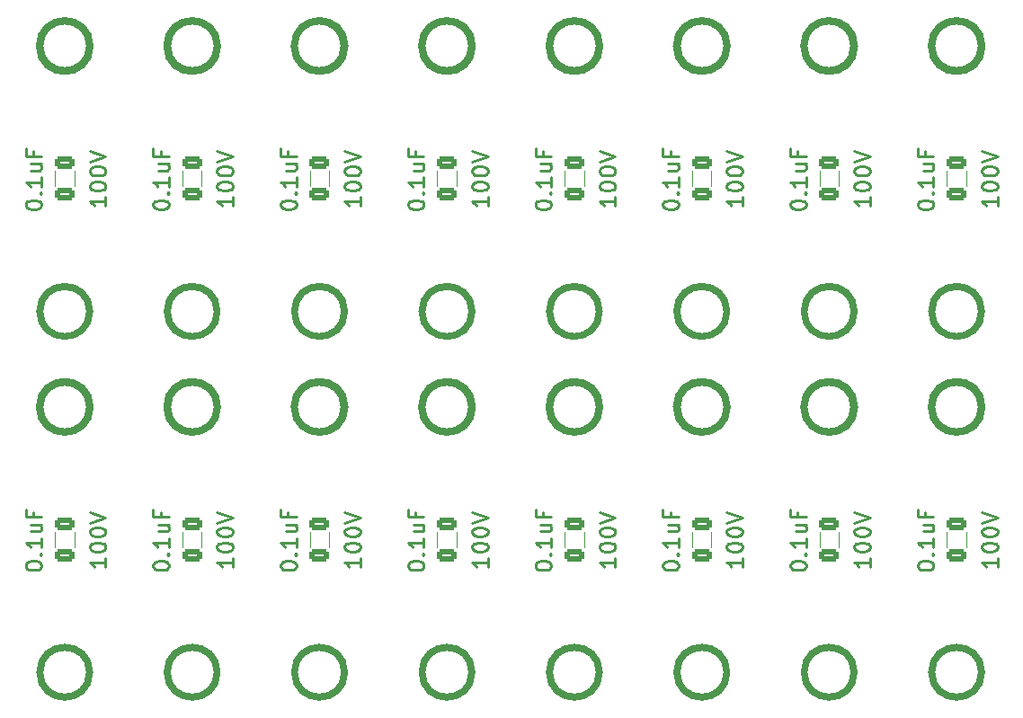
<source format=gbr>
%TF.GenerationSoftware,KiCad,Pcbnew,8.0.2*%
%TF.CreationDate,2024-06-26T18:14:25+07:00*%
%TF.ProjectId,capacitor_100nF_100V_Panel,63617061-6369-4746-9f72-5f3130306e46,rev?*%
%TF.SameCoordinates,Original*%
%TF.FileFunction,Legend,Top*%
%TF.FilePolarity,Positive*%
%FSLAX46Y46*%
G04 Gerber Fmt 4.6, Leading zero omitted, Abs format (unit mm)*
G04 Created by KiCad (PCBNEW 8.0.2) date 2024-06-26 18:14:25*
%MOMM*%
%LPD*%
G01*
G04 APERTURE LIST*
G04 Aperture macros list*
%AMRoundRect*
0 Rectangle with rounded corners*
0 $1 Rounding radius*
0 $2 $3 $4 $5 $6 $7 $8 $9 X,Y pos of 4 corners*
0 Add a 4 corners polygon primitive as box body*
4,1,4,$2,$3,$4,$5,$6,$7,$8,$9,$2,$3,0*
0 Add four circle primitives for the rounded corners*
1,1,$1+$1,$2,$3*
1,1,$1+$1,$4,$5*
1,1,$1+$1,$6,$7*
1,1,$1+$1,$8,$9*
0 Add four rect primitives between the rounded corners*
20,1,$1+$1,$2,$3,$4,$5,0*
20,1,$1+$1,$4,$5,$6,$7,0*
20,1,$1+$1,$6,$7,$8,$9,0*
20,1,$1+$1,$8,$9,$2,$3,0*%
G04 Aperture macros list end*
%ADD10C,0.250000*%
%ADD11C,0.750000*%
%ADD12C,0.700000*%
%ADD13C,0.120000*%
%ADD14C,4.000000*%
%ADD15RoundRect,0.250000X-0.650000X0.325000X-0.650000X-0.325000X0.650000X-0.325000X0.650000X0.325000X0*%
G04 APERTURE END LIST*
D10*
X44849678Y-25703883D02*
X44849678Y-26561026D01*
X44849678Y-26132455D02*
X43349678Y-26132455D01*
X43349678Y-26132455D02*
X43563964Y-26275312D01*
X43563964Y-26275312D02*
X43706821Y-26418169D01*
X43706821Y-26418169D02*
X43778250Y-26561026D01*
X43349678Y-24775312D02*
X43349678Y-24632455D01*
X43349678Y-24632455D02*
X43421107Y-24489598D01*
X43421107Y-24489598D02*
X43492535Y-24418170D01*
X43492535Y-24418170D02*
X43635392Y-24346741D01*
X43635392Y-24346741D02*
X43921107Y-24275312D01*
X43921107Y-24275312D02*
X44278250Y-24275312D01*
X44278250Y-24275312D02*
X44563964Y-24346741D01*
X44563964Y-24346741D02*
X44706821Y-24418170D01*
X44706821Y-24418170D02*
X44778250Y-24489598D01*
X44778250Y-24489598D02*
X44849678Y-24632455D01*
X44849678Y-24632455D02*
X44849678Y-24775312D01*
X44849678Y-24775312D02*
X44778250Y-24918170D01*
X44778250Y-24918170D02*
X44706821Y-24989598D01*
X44706821Y-24989598D02*
X44563964Y-25061027D01*
X44563964Y-25061027D02*
X44278250Y-25132455D01*
X44278250Y-25132455D02*
X43921107Y-25132455D01*
X43921107Y-25132455D02*
X43635392Y-25061027D01*
X43635392Y-25061027D02*
X43492535Y-24989598D01*
X43492535Y-24989598D02*
X43421107Y-24918170D01*
X43421107Y-24918170D02*
X43349678Y-24775312D01*
X43349678Y-23346741D02*
X43349678Y-23203884D01*
X43349678Y-23203884D02*
X43421107Y-23061027D01*
X43421107Y-23061027D02*
X43492535Y-22989599D01*
X43492535Y-22989599D02*
X43635392Y-22918170D01*
X43635392Y-22918170D02*
X43921107Y-22846741D01*
X43921107Y-22846741D02*
X44278250Y-22846741D01*
X44278250Y-22846741D02*
X44563964Y-22918170D01*
X44563964Y-22918170D02*
X44706821Y-22989599D01*
X44706821Y-22989599D02*
X44778250Y-23061027D01*
X44778250Y-23061027D02*
X44849678Y-23203884D01*
X44849678Y-23203884D02*
X44849678Y-23346741D01*
X44849678Y-23346741D02*
X44778250Y-23489599D01*
X44778250Y-23489599D02*
X44706821Y-23561027D01*
X44706821Y-23561027D02*
X44563964Y-23632456D01*
X44563964Y-23632456D02*
X44278250Y-23703884D01*
X44278250Y-23703884D02*
X43921107Y-23703884D01*
X43921107Y-23703884D02*
X43635392Y-23632456D01*
X43635392Y-23632456D02*
X43492535Y-23561027D01*
X43492535Y-23561027D02*
X43421107Y-23489599D01*
X43421107Y-23489599D02*
X43349678Y-23346741D01*
X43349678Y-22418170D02*
X44849678Y-21918170D01*
X44849678Y-21918170D02*
X43349678Y-21418170D01*
X61324678Y-60525312D02*
X61324678Y-60382455D01*
X61324678Y-60382455D02*
X61396107Y-60239598D01*
X61396107Y-60239598D02*
X61467535Y-60168170D01*
X61467535Y-60168170D02*
X61610392Y-60096741D01*
X61610392Y-60096741D02*
X61896107Y-60025312D01*
X61896107Y-60025312D02*
X62253250Y-60025312D01*
X62253250Y-60025312D02*
X62538964Y-60096741D01*
X62538964Y-60096741D02*
X62681821Y-60168170D01*
X62681821Y-60168170D02*
X62753250Y-60239598D01*
X62753250Y-60239598D02*
X62824678Y-60382455D01*
X62824678Y-60382455D02*
X62824678Y-60525312D01*
X62824678Y-60525312D02*
X62753250Y-60668170D01*
X62753250Y-60668170D02*
X62681821Y-60739598D01*
X62681821Y-60739598D02*
X62538964Y-60811027D01*
X62538964Y-60811027D02*
X62253250Y-60882455D01*
X62253250Y-60882455D02*
X61896107Y-60882455D01*
X61896107Y-60882455D02*
X61610392Y-60811027D01*
X61610392Y-60811027D02*
X61467535Y-60739598D01*
X61467535Y-60739598D02*
X61396107Y-60668170D01*
X61396107Y-60668170D02*
X61324678Y-60525312D01*
X62681821Y-59382456D02*
X62753250Y-59311027D01*
X62753250Y-59311027D02*
X62824678Y-59382456D01*
X62824678Y-59382456D02*
X62753250Y-59453884D01*
X62753250Y-59453884D02*
X62681821Y-59382456D01*
X62681821Y-59382456D02*
X62824678Y-59382456D01*
X62824678Y-57882455D02*
X62824678Y-58739598D01*
X62824678Y-58311027D02*
X61324678Y-58311027D01*
X61324678Y-58311027D02*
X61538964Y-58453884D01*
X61538964Y-58453884D02*
X61681821Y-58596741D01*
X61681821Y-58596741D02*
X61753250Y-58739598D01*
X61824678Y-56596742D02*
X62824678Y-56596742D01*
X61824678Y-57239599D02*
X62610392Y-57239599D01*
X62610392Y-57239599D02*
X62753250Y-57168170D01*
X62753250Y-57168170D02*
X62824678Y-57025313D01*
X62824678Y-57025313D02*
X62824678Y-56811027D01*
X62824678Y-56811027D02*
X62753250Y-56668170D01*
X62753250Y-56668170D02*
X62681821Y-56596742D01*
X62038964Y-55382456D02*
X62038964Y-55882456D01*
X62824678Y-55882456D02*
X61324678Y-55882456D01*
X61324678Y-55882456D02*
X61324678Y-55168170D01*
X85324678Y-60525312D02*
X85324678Y-60382455D01*
X85324678Y-60382455D02*
X85396107Y-60239598D01*
X85396107Y-60239598D02*
X85467535Y-60168170D01*
X85467535Y-60168170D02*
X85610392Y-60096741D01*
X85610392Y-60096741D02*
X85896107Y-60025312D01*
X85896107Y-60025312D02*
X86253250Y-60025312D01*
X86253250Y-60025312D02*
X86538964Y-60096741D01*
X86538964Y-60096741D02*
X86681821Y-60168170D01*
X86681821Y-60168170D02*
X86753250Y-60239598D01*
X86753250Y-60239598D02*
X86824678Y-60382455D01*
X86824678Y-60382455D02*
X86824678Y-60525312D01*
X86824678Y-60525312D02*
X86753250Y-60668170D01*
X86753250Y-60668170D02*
X86681821Y-60739598D01*
X86681821Y-60739598D02*
X86538964Y-60811027D01*
X86538964Y-60811027D02*
X86253250Y-60882455D01*
X86253250Y-60882455D02*
X85896107Y-60882455D01*
X85896107Y-60882455D02*
X85610392Y-60811027D01*
X85610392Y-60811027D02*
X85467535Y-60739598D01*
X85467535Y-60739598D02*
X85396107Y-60668170D01*
X85396107Y-60668170D02*
X85324678Y-60525312D01*
X86681821Y-59382456D02*
X86753250Y-59311027D01*
X86753250Y-59311027D02*
X86824678Y-59382456D01*
X86824678Y-59382456D02*
X86753250Y-59453884D01*
X86753250Y-59453884D02*
X86681821Y-59382456D01*
X86681821Y-59382456D02*
X86824678Y-59382456D01*
X86824678Y-57882455D02*
X86824678Y-58739598D01*
X86824678Y-58311027D02*
X85324678Y-58311027D01*
X85324678Y-58311027D02*
X85538964Y-58453884D01*
X85538964Y-58453884D02*
X85681821Y-58596741D01*
X85681821Y-58596741D02*
X85753250Y-58739598D01*
X85824678Y-56596742D02*
X86824678Y-56596742D01*
X85824678Y-57239599D02*
X86610392Y-57239599D01*
X86610392Y-57239599D02*
X86753250Y-57168170D01*
X86753250Y-57168170D02*
X86824678Y-57025313D01*
X86824678Y-57025313D02*
X86824678Y-56811027D01*
X86824678Y-56811027D02*
X86753250Y-56668170D01*
X86753250Y-56668170D02*
X86681821Y-56596742D01*
X86038964Y-55382456D02*
X86038964Y-55882456D01*
X86824678Y-55882456D02*
X85324678Y-55882456D01*
X85324678Y-55882456D02*
X85324678Y-55168170D01*
X80849678Y-59703883D02*
X80849678Y-60561026D01*
X80849678Y-60132455D02*
X79349678Y-60132455D01*
X79349678Y-60132455D02*
X79563964Y-60275312D01*
X79563964Y-60275312D02*
X79706821Y-60418169D01*
X79706821Y-60418169D02*
X79778250Y-60561026D01*
X79349678Y-58775312D02*
X79349678Y-58632455D01*
X79349678Y-58632455D02*
X79421107Y-58489598D01*
X79421107Y-58489598D02*
X79492535Y-58418170D01*
X79492535Y-58418170D02*
X79635392Y-58346741D01*
X79635392Y-58346741D02*
X79921107Y-58275312D01*
X79921107Y-58275312D02*
X80278250Y-58275312D01*
X80278250Y-58275312D02*
X80563964Y-58346741D01*
X80563964Y-58346741D02*
X80706821Y-58418170D01*
X80706821Y-58418170D02*
X80778250Y-58489598D01*
X80778250Y-58489598D02*
X80849678Y-58632455D01*
X80849678Y-58632455D02*
X80849678Y-58775312D01*
X80849678Y-58775312D02*
X80778250Y-58918170D01*
X80778250Y-58918170D02*
X80706821Y-58989598D01*
X80706821Y-58989598D02*
X80563964Y-59061027D01*
X80563964Y-59061027D02*
X80278250Y-59132455D01*
X80278250Y-59132455D02*
X79921107Y-59132455D01*
X79921107Y-59132455D02*
X79635392Y-59061027D01*
X79635392Y-59061027D02*
X79492535Y-58989598D01*
X79492535Y-58989598D02*
X79421107Y-58918170D01*
X79421107Y-58918170D02*
X79349678Y-58775312D01*
X79349678Y-57346741D02*
X79349678Y-57203884D01*
X79349678Y-57203884D02*
X79421107Y-57061027D01*
X79421107Y-57061027D02*
X79492535Y-56989599D01*
X79492535Y-56989599D02*
X79635392Y-56918170D01*
X79635392Y-56918170D02*
X79921107Y-56846741D01*
X79921107Y-56846741D02*
X80278250Y-56846741D01*
X80278250Y-56846741D02*
X80563964Y-56918170D01*
X80563964Y-56918170D02*
X80706821Y-56989599D01*
X80706821Y-56989599D02*
X80778250Y-57061027D01*
X80778250Y-57061027D02*
X80849678Y-57203884D01*
X80849678Y-57203884D02*
X80849678Y-57346741D01*
X80849678Y-57346741D02*
X80778250Y-57489599D01*
X80778250Y-57489599D02*
X80706821Y-57561027D01*
X80706821Y-57561027D02*
X80563964Y-57632456D01*
X80563964Y-57632456D02*
X80278250Y-57703884D01*
X80278250Y-57703884D02*
X79921107Y-57703884D01*
X79921107Y-57703884D02*
X79635392Y-57632456D01*
X79635392Y-57632456D02*
X79492535Y-57561027D01*
X79492535Y-57561027D02*
X79421107Y-57489599D01*
X79421107Y-57489599D02*
X79349678Y-57346741D01*
X79349678Y-56418170D02*
X80849678Y-55918170D01*
X80849678Y-55918170D02*
X79349678Y-55418170D01*
X85324678Y-26525312D02*
X85324678Y-26382455D01*
X85324678Y-26382455D02*
X85396107Y-26239598D01*
X85396107Y-26239598D02*
X85467535Y-26168170D01*
X85467535Y-26168170D02*
X85610392Y-26096741D01*
X85610392Y-26096741D02*
X85896107Y-26025312D01*
X85896107Y-26025312D02*
X86253250Y-26025312D01*
X86253250Y-26025312D02*
X86538964Y-26096741D01*
X86538964Y-26096741D02*
X86681821Y-26168170D01*
X86681821Y-26168170D02*
X86753250Y-26239598D01*
X86753250Y-26239598D02*
X86824678Y-26382455D01*
X86824678Y-26382455D02*
X86824678Y-26525312D01*
X86824678Y-26525312D02*
X86753250Y-26668170D01*
X86753250Y-26668170D02*
X86681821Y-26739598D01*
X86681821Y-26739598D02*
X86538964Y-26811027D01*
X86538964Y-26811027D02*
X86253250Y-26882455D01*
X86253250Y-26882455D02*
X85896107Y-26882455D01*
X85896107Y-26882455D02*
X85610392Y-26811027D01*
X85610392Y-26811027D02*
X85467535Y-26739598D01*
X85467535Y-26739598D02*
X85396107Y-26668170D01*
X85396107Y-26668170D02*
X85324678Y-26525312D01*
X86681821Y-25382456D02*
X86753250Y-25311027D01*
X86753250Y-25311027D02*
X86824678Y-25382456D01*
X86824678Y-25382456D02*
X86753250Y-25453884D01*
X86753250Y-25453884D02*
X86681821Y-25382456D01*
X86681821Y-25382456D02*
X86824678Y-25382456D01*
X86824678Y-23882455D02*
X86824678Y-24739598D01*
X86824678Y-24311027D02*
X85324678Y-24311027D01*
X85324678Y-24311027D02*
X85538964Y-24453884D01*
X85538964Y-24453884D02*
X85681821Y-24596741D01*
X85681821Y-24596741D02*
X85753250Y-24739598D01*
X85824678Y-22596742D02*
X86824678Y-22596742D01*
X85824678Y-23239599D02*
X86610392Y-23239599D01*
X86610392Y-23239599D02*
X86753250Y-23168170D01*
X86753250Y-23168170D02*
X86824678Y-23025313D01*
X86824678Y-23025313D02*
X86824678Y-22811027D01*
X86824678Y-22811027D02*
X86753250Y-22668170D01*
X86753250Y-22668170D02*
X86681821Y-22596742D01*
X86038964Y-21382456D02*
X86038964Y-21882456D01*
X86824678Y-21882456D02*
X85324678Y-21882456D01*
X85324678Y-21882456D02*
X85324678Y-21168170D01*
X92849678Y-59703883D02*
X92849678Y-60561026D01*
X92849678Y-60132455D02*
X91349678Y-60132455D01*
X91349678Y-60132455D02*
X91563964Y-60275312D01*
X91563964Y-60275312D02*
X91706821Y-60418169D01*
X91706821Y-60418169D02*
X91778250Y-60561026D01*
X91349678Y-58775312D02*
X91349678Y-58632455D01*
X91349678Y-58632455D02*
X91421107Y-58489598D01*
X91421107Y-58489598D02*
X91492535Y-58418170D01*
X91492535Y-58418170D02*
X91635392Y-58346741D01*
X91635392Y-58346741D02*
X91921107Y-58275312D01*
X91921107Y-58275312D02*
X92278250Y-58275312D01*
X92278250Y-58275312D02*
X92563964Y-58346741D01*
X92563964Y-58346741D02*
X92706821Y-58418170D01*
X92706821Y-58418170D02*
X92778250Y-58489598D01*
X92778250Y-58489598D02*
X92849678Y-58632455D01*
X92849678Y-58632455D02*
X92849678Y-58775312D01*
X92849678Y-58775312D02*
X92778250Y-58918170D01*
X92778250Y-58918170D02*
X92706821Y-58989598D01*
X92706821Y-58989598D02*
X92563964Y-59061027D01*
X92563964Y-59061027D02*
X92278250Y-59132455D01*
X92278250Y-59132455D02*
X91921107Y-59132455D01*
X91921107Y-59132455D02*
X91635392Y-59061027D01*
X91635392Y-59061027D02*
X91492535Y-58989598D01*
X91492535Y-58989598D02*
X91421107Y-58918170D01*
X91421107Y-58918170D02*
X91349678Y-58775312D01*
X91349678Y-57346741D02*
X91349678Y-57203884D01*
X91349678Y-57203884D02*
X91421107Y-57061027D01*
X91421107Y-57061027D02*
X91492535Y-56989599D01*
X91492535Y-56989599D02*
X91635392Y-56918170D01*
X91635392Y-56918170D02*
X91921107Y-56846741D01*
X91921107Y-56846741D02*
X92278250Y-56846741D01*
X92278250Y-56846741D02*
X92563964Y-56918170D01*
X92563964Y-56918170D02*
X92706821Y-56989599D01*
X92706821Y-56989599D02*
X92778250Y-57061027D01*
X92778250Y-57061027D02*
X92849678Y-57203884D01*
X92849678Y-57203884D02*
X92849678Y-57346741D01*
X92849678Y-57346741D02*
X92778250Y-57489599D01*
X92778250Y-57489599D02*
X92706821Y-57561027D01*
X92706821Y-57561027D02*
X92563964Y-57632456D01*
X92563964Y-57632456D02*
X92278250Y-57703884D01*
X92278250Y-57703884D02*
X91921107Y-57703884D01*
X91921107Y-57703884D02*
X91635392Y-57632456D01*
X91635392Y-57632456D02*
X91492535Y-57561027D01*
X91492535Y-57561027D02*
X91421107Y-57489599D01*
X91421107Y-57489599D02*
X91349678Y-57346741D01*
X91349678Y-56418170D02*
X92849678Y-55918170D01*
X92849678Y-55918170D02*
X91349678Y-55418170D01*
X1324678Y-60525312D02*
X1324678Y-60382455D01*
X1324678Y-60382455D02*
X1396107Y-60239598D01*
X1396107Y-60239598D02*
X1467535Y-60168170D01*
X1467535Y-60168170D02*
X1610392Y-60096741D01*
X1610392Y-60096741D02*
X1896107Y-60025312D01*
X1896107Y-60025312D02*
X2253250Y-60025312D01*
X2253250Y-60025312D02*
X2538964Y-60096741D01*
X2538964Y-60096741D02*
X2681821Y-60168170D01*
X2681821Y-60168170D02*
X2753250Y-60239598D01*
X2753250Y-60239598D02*
X2824678Y-60382455D01*
X2824678Y-60382455D02*
X2824678Y-60525312D01*
X2824678Y-60525312D02*
X2753250Y-60668170D01*
X2753250Y-60668170D02*
X2681821Y-60739598D01*
X2681821Y-60739598D02*
X2538964Y-60811027D01*
X2538964Y-60811027D02*
X2253250Y-60882455D01*
X2253250Y-60882455D02*
X1896107Y-60882455D01*
X1896107Y-60882455D02*
X1610392Y-60811027D01*
X1610392Y-60811027D02*
X1467535Y-60739598D01*
X1467535Y-60739598D02*
X1396107Y-60668170D01*
X1396107Y-60668170D02*
X1324678Y-60525312D01*
X2681821Y-59382456D02*
X2753250Y-59311027D01*
X2753250Y-59311027D02*
X2824678Y-59382456D01*
X2824678Y-59382456D02*
X2753250Y-59453884D01*
X2753250Y-59453884D02*
X2681821Y-59382456D01*
X2681821Y-59382456D02*
X2824678Y-59382456D01*
X2824678Y-57882455D02*
X2824678Y-58739598D01*
X2824678Y-58311027D02*
X1324678Y-58311027D01*
X1324678Y-58311027D02*
X1538964Y-58453884D01*
X1538964Y-58453884D02*
X1681821Y-58596741D01*
X1681821Y-58596741D02*
X1753250Y-58739598D01*
X1824678Y-56596742D02*
X2824678Y-56596742D01*
X1824678Y-57239599D02*
X2610392Y-57239599D01*
X2610392Y-57239599D02*
X2753250Y-57168170D01*
X2753250Y-57168170D02*
X2824678Y-57025313D01*
X2824678Y-57025313D02*
X2824678Y-56811027D01*
X2824678Y-56811027D02*
X2753250Y-56668170D01*
X2753250Y-56668170D02*
X2681821Y-56596742D01*
X2038964Y-55382456D02*
X2038964Y-55882456D01*
X2824678Y-55882456D02*
X1324678Y-55882456D01*
X1324678Y-55882456D02*
X1324678Y-55168170D01*
X13324678Y-26525312D02*
X13324678Y-26382455D01*
X13324678Y-26382455D02*
X13396107Y-26239598D01*
X13396107Y-26239598D02*
X13467535Y-26168170D01*
X13467535Y-26168170D02*
X13610392Y-26096741D01*
X13610392Y-26096741D02*
X13896107Y-26025312D01*
X13896107Y-26025312D02*
X14253250Y-26025312D01*
X14253250Y-26025312D02*
X14538964Y-26096741D01*
X14538964Y-26096741D02*
X14681821Y-26168170D01*
X14681821Y-26168170D02*
X14753250Y-26239598D01*
X14753250Y-26239598D02*
X14824678Y-26382455D01*
X14824678Y-26382455D02*
X14824678Y-26525312D01*
X14824678Y-26525312D02*
X14753250Y-26668170D01*
X14753250Y-26668170D02*
X14681821Y-26739598D01*
X14681821Y-26739598D02*
X14538964Y-26811027D01*
X14538964Y-26811027D02*
X14253250Y-26882455D01*
X14253250Y-26882455D02*
X13896107Y-26882455D01*
X13896107Y-26882455D02*
X13610392Y-26811027D01*
X13610392Y-26811027D02*
X13467535Y-26739598D01*
X13467535Y-26739598D02*
X13396107Y-26668170D01*
X13396107Y-26668170D02*
X13324678Y-26525312D01*
X14681821Y-25382456D02*
X14753250Y-25311027D01*
X14753250Y-25311027D02*
X14824678Y-25382456D01*
X14824678Y-25382456D02*
X14753250Y-25453884D01*
X14753250Y-25453884D02*
X14681821Y-25382456D01*
X14681821Y-25382456D02*
X14824678Y-25382456D01*
X14824678Y-23882455D02*
X14824678Y-24739598D01*
X14824678Y-24311027D02*
X13324678Y-24311027D01*
X13324678Y-24311027D02*
X13538964Y-24453884D01*
X13538964Y-24453884D02*
X13681821Y-24596741D01*
X13681821Y-24596741D02*
X13753250Y-24739598D01*
X13824678Y-22596742D02*
X14824678Y-22596742D01*
X13824678Y-23239599D02*
X14610392Y-23239599D01*
X14610392Y-23239599D02*
X14753250Y-23168170D01*
X14753250Y-23168170D02*
X14824678Y-23025313D01*
X14824678Y-23025313D02*
X14824678Y-22811027D01*
X14824678Y-22811027D02*
X14753250Y-22668170D01*
X14753250Y-22668170D02*
X14681821Y-22596742D01*
X14038964Y-21382456D02*
X14038964Y-21882456D01*
X14824678Y-21882456D02*
X13324678Y-21882456D01*
X13324678Y-21882456D02*
X13324678Y-21168170D01*
X56849678Y-25703883D02*
X56849678Y-26561026D01*
X56849678Y-26132455D02*
X55349678Y-26132455D01*
X55349678Y-26132455D02*
X55563964Y-26275312D01*
X55563964Y-26275312D02*
X55706821Y-26418169D01*
X55706821Y-26418169D02*
X55778250Y-26561026D01*
X55349678Y-24775312D02*
X55349678Y-24632455D01*
X55349678Y-24632455D02*
X55421107Y-24489598D01*
X55421107Y-24489598D02*
X55492535Y-24418170D01*
X55492535Y-24418170D02*
X55635392Y-24346741D01*
X55635392Y-24346741D02*
X55921107Y-24275312D01*
X55921107Y-24275312D02*
X56278250Y-24275312D01*
X56278250Y-24275312D02*
X56563964Y-24346741D01*
X56563964Y-24346741D02*
X56706821Y-24418170D01*
X56706821Y-24418170D02*
X56778250Y-24489598D01*
X56778250Y-24489598D02*
X56849678Y-24632455D01*
X56849678Y-24632455D02*
X56849678Y-24775312D01*
X56849678Y-24775312D02*
X56778250Y-24918170D01*
X56778250Y-24918170D02*
X56706821Y-24989598D01*
X56706821Y-24989598D02*
X56563964Y-25061027D01*
X56563964Y-25061027D02*
X56278250Y-25132455D01*
X56278250Y-25132455D02*
X55921107Y-25132455D01*
X55921107Y-25132455D02*
X55635392Y-25061027D01*
X55635392Y-25061027D02*
X55492535Y-24989598D01*
X55492535Y-24989598D02*
X55421107Y-24918170D01*
X55421107Y-24918170D02*
X55349678Y-24775312D01*
X55349678Y-23346741D02*
X55349678Y-23203884D01*
X55349678Y-23203884D02*
X55421107Y-23061027D01*
X55421107Y-23061027D02*
X55492535Y-22989599D01*
X55492535Y-22989599D02*
X55635392Y-22918170D01*
X55635392Y-22918170D02*
X55921107Y-22846741D01*
X55921107Y-22846741D02*
X56278250Y-22846741D01*
X56278250Y-22846741D02*
X56563964Y-22918170D01*
X56563964Y-22918170D02*
X56706821Y-22989599D01*
X56706821Y-22989599D02*
X56778250Y-23061027D01*
X56778250Y-23061027D02*
X56849678Y-23203884D01*
X56849678Y-23203884D02*
X56849678Y-23346741D01*
X56849678Y-23346741D02*
X56778250Y-23489599D01*
X56778250Y-23489599D02*
X56706821Y-23561027D01*
X56706821Y-23561027D02*
X56563964Y-23632456D01*
X56563964Y-23632456D02*
X56278250Y-23703884D01*
X56278250Y-23703884D02*
X55921107Y-23703884D01*
X55921107Y-23703884D02*
X55635392Y-23632456D01*
X55635392Y-23632456D02*
X55492535Y-23561027D01*
X55492535Y-23561027D02*
X55421107Y-23489599D01*
X55421107Y-23489599D02*
X55349678Y-23346741D01*
X55349678Y-22418170D02*
X56849678Y-21918170D01*
X56849678Y-21918170D02*
X55349678Y-21418170D01*
X92849678Y-25703883D02*
X92849678Y-26561026D01*
X92849678Y-26132455D02*
X91349678Y-26132455D01*
X91349678Y-26132455D02*
X91563964Y-26275312D01*
X91563964Y-26275312D02*
X91706821Y-26418169D01*
X91706821Y-26418169D02*
X91778250Y-26561026D01*
X91349678Y-24775312D02*
X91349678Y-24632455D01*
X91349678Y-24632455D02*
X91421107Y-24489598D01*
X91421107Y-24489598D02*
X91492535Y-24418170D01*
X91492535Y-24418170D02*
X91635392Y-24346741D01*
X91635392Y-24346741D02*
X91921107Y-24275312D01*
X91921107Y-24275312D02*
X92278250Y-24275312D01*
X92278250Y-24275312D02*
X92563964Y-24346741D01*
X92563964Y-24346741D02*
X92706821Y-24418170D01*
X92706821Y-24418170D02*
X92778250Y-24489598D01*
X92778250Y-24489598D02*
X92849678Y-24632455D01*
X92849678Y-24632455D02*
X92849678Y-24775312D01*
X92849678Y-24775312D02*
X92778250Y-24918170D01*
X92778250Y-24918170D02*
X92706821Y-24989598D01*
X92706821Y-24989598D02*
X92563964Y-25061027D01*
X92563964Y-25061027D02*
X92278250Y-25132455D01*
X92278250Y-25132455D02*
X91921107Y-25132455D01*
X91921107Y-25132455D02*
X91635392Y-25061027D01*
X91635392Y-25061027D02*
X91492535Y-24989598D01*
X91492535Y-24989598D02*
X91421107Y-24918170D01*
X91421107Y-24918170D02*
X91349678Y-24775312D01*
X91349678Y-23346741D02*
X91349678Y-23203884D01*
X91349678Y-23203884D02*
X91421107Y-23061027D01*
X91421107Y-23061027D02*
X91492535Y-22989599D01*
X91492535Y-22989599D02*
X91635392Y-22918170D01*
X91635392Y-22918170D02*
X91921107Y-22846741D01*
X91921107Y-22846741D02*
X92278250Y-22846741D01*
X92278250Y-22846741D02*
X92563964Y-22918170D01*
X92563964Y-22918170D02*
X92706821Y-22989599D01*
X92706821Y-22989599D02*
X92778250Y-23061027D01*
X92778250Y-23061027D02*
X92849678Y-23203884D01*
X92849678Y-23203884D02*
X92849678Y-23346741D01*
X92849678Y-23346741D02*
X92778250Y-23489599D01*
X92778250Y-23489599D02*
X92706821Y-23561027D01*
X92706821Y-23561027D02*
X92563964Y-23632456D01*
X92563964Y-23632456D02*
X92278250Y-23703884D01*
X92278250Y-23703884D02*
X91921107Y-23703884D01*
X91921107Y-23703884D02*
X91635392Y-23632456D01*
X91635392Y-23632456D02*
X91492535Y-23561027D01*
X91492535Y-23561027D02*
X91421107Y-23489599D01*
X91421107Y-23489599D02*
X91349678Y-23346741D01*
X91349678Y-22418170D02*
X92849678Y-21918170D01*
X92849678Y-21918170D02*
X91349678Y-21418170D01*
X20849678Y-59703883D02*
X20849678Y-60561026D01*
X20849678Y-60132455D02*
X19349678Y-60132455D01*
X19349678Y-60132455D02*
X19563964Y-60275312D01*
X19563964Y-60275312D02*
X19706821Y-60418169D01*
X19706821Y-60418169D02*
X19778250Y-60561026D01*
X19349678Y-58775312D02*
X19349678Y-58632455D01*
X19349678Y-58632455D02*
X19421107Y-58489598D01*
X19421107Y-58489598D02*
X19492535Y-58418170D01*
X19492535Y-58418170D02*
X19635392Y-58346741D01*
X19635392Y-58346741D02*
X19921107Y-58275312D01*
X19921107Y-58275312D02*
X20278250Y-58275312D01*
X20278250Y-58275312D02*
X20563964Y-58346741D01*
X20563964Y-58346741D02*
X20706821Y-58418170D01*
X20706821Y-58418170D02*
X20778250Y-58489598D01*
X20778250Y-58489598D02*
X20849678Y-58632455D01*
X20849678Y-58632455D02*
X20849678Y-58775312D01*
X20849678Y-58775312D02*
X20778250Y-58918170D01*
X20778250Y-58918170D02*
X20706821Y-58989598D01*
X20706821Y-58989598D02*
X20563964Y-59061027D01*
X20563964Y-59061027D02*
X20278250Y-59132455D01*
X20278250Y-59132455D02*
X19921107Y-59132455D01*
X19921107Y-59132455D02*
X19635392Y-59061027D01*
X19635392Y-59061027D02*
X19492535Y-58989598D01*
X19492535Y-58989598D02*
X19421107Y-58918170D01*
X19421107Y-58918170D02*
X19349678Y-58775312D01*
X19349678Y-57346741D02*
X19349678Y-57203884D01*
X19349678Y-57203884D02*
X19421107Y-57061027D01*
X19421107Y-57061027D02*
X19492535Y-56989599D01*
X19492535Y-56989599D02*
X19635392Y-56918170D01*
X19635392Y-56918170D02*
X19921107Y-56846741D01*
X19921107Y-56846741D02*
X20278250Y-56846741D01*
X20278250Y-56846741D02*
X20563964Y-56918170D01*
X20563964Y-56918170D02*
X20706821Y-56989599D01*
X20706821Y-56989599D02*
X20778250Y-57061027D01*
X20778250Y-57061027D02*
X20849678Y-57203884D01*
X20849678Y-57203884D02*
X20849678Y-57346741D01*
X20849678Y-57346741D02*
X20778250Y-57489599D01*
X20778250Y-57489599D02*
X20706821Y-57561027D01*
X20706821Y-57561027D02*
X20563964Y-57632456D01*
X20563964Y-57632456D02*
X20278250Y-57703884D01*
X20278250Y-57703884D02*
X19921107Y-57703884D01*
X19921107Y-57703884D02*
X19635392Y-57632456D01*
X19635392Y-57632456D02*
X19492535Y-57561027D01*
X19492535Y-57561027D02*
X19421107Y-57489599D01*
X19421107Y-57489599D02*
X19349678Y-57346741D01*
X19349678Y-56418170D02*
X20849678Y-55918170D01*
X20849678Y-55918170D02*
X19349678Y-55418170D01*
X73324678Y-60525312D02*
X73324678Y-60382455D01*
X73324678Y-60382455D02*
X73396107Y-60239598D01*
X73396107Y-60239598D02*
X73467535Y-60168170D01*
X73467535Y-60168170D02*
X73610392Y-60096741D01*
X73610392Y-60096741D02*
X73896107Y-60025312D01*
X73896107Y-60025312D02*
X74253250Y-60025312D01*
X74253250Y-60025312D02*
X74538964Y-60096741D01*
X74538964Y-60096741D02*
X74681821Y-60168170D01*
X74681821Y-60168170D02*
X74753250Y-60239598D01*
X74753250Y-60239598D02*
X74824678Y-60382455D01*
X74824678Y-60382455D02*
X74824678Y-60525312D01*
X74824678Y-60525312D02*
X74753250Y-60668170D01*
X74753250Y-60668170D02*
X74681821Y-60739598D01*
X74681821Y-60739598D02*
X74538964Y-60811027D01*
X74538964Y-60811027D02*
X74253250Y-60882455D01*
X74253250Y-60882455D02*
X73896107Y-60882455D01*
X73896107Y-60882455D02*
X73610392Y-60811027D01*
X73610392Y-60811027D02*
X73467535Y-60739598D01*
X73467535Y-60739598D02*
X73396107Y-60668170D01*
X73396107Y-60668170D02*
X73324678Y-60525312D01*
X74681821Y-59382456D02*
X74753250Y-59311027D01*
X74753250Y-59311027D02*
X74824678Y-59382456D01*
X74824678Y-59382456D02*
X74753250Y-59453884D01*
X74753250Y-59453884D02*
X74681821Y-59382456D01*
X74681821Y-59382456D02*
X74824678Y-59382456D01*
X74824678Y-57882455D02*
X74824678Y-58739598D01*
X74824678Y-58311027D02*
X73324678Y-58311027D01*
X73324678Y-58311027D02*
X73538964Y-58453884D01*
X73538964Y-58453884D02*
X73681821Y-58596741D01*
X73681821Y-58596741D02*
X73753250Y-58739598D01*
X73824678Y-56596742D02*
X74824678Y-56596742D01*
X73824678Y-57239599D02*
X74610392Y-57239599D01*
X74610392Y-57239599D02*
X74753250Y-57168170D01*
X74753250Y-57168170D02*
X74824678Y-57025313D01*
X74824678Y-57025313D02*
X74824678Y-56811027D01*
X74824678Y-56811027D02*
X74753250Y-56668170D01*
X74753250Y-56668170D02*
X74681821Y-56596742D01*
X74038964Y-55382456D02*
X74038964Y-55882456D01*
X74824678Y-55882456D02*
X73324678Y-55882456D01*
X73324678Y-55882456D02*
X73324678Y-55168170D01*
X44849678Y-59703883D02*
X44849678Y-60561026D01*
X44849678Y-60132455D02*
X43349678Y-60132455D01*
X43349678Y-60132455D02*
X43563964Y-60275312D01*
X43563964Y-60275312D02*
X43706821Y-60418169D01*
X43706821Y-60418169D02*
X43778250Y-60561026D01*
X43349678Y-58775312D02*
X43349678Y-58632455D01*
X43349678Y-58632455D02*
X43421107Y-58489598D01*
X43421107Y-58489598D02*
X43492535Y-58418170D01*
X43492535Y-58418170D02*
X43635392Y-58346741D01*
X43635392Y-58346741D02*
X43921107Y-58275312D01*
X43921107Y-58275312D02*
X44278250Y-58275312D01*
X44278250Y-58275312D02*
X44563964Y-58346741D01*
X44563964Y-58346741D02*
X44706821Y-58418170D01*
X44706821Y-58418170D02*
X44778250Y-58489598D01*
X44778250Y-58489598D02*
X44849678Y-58632455D01*
X44849678Y-58632455D02*
X44849678Y-58775312D01*
X44849678Y-58775312D02*
X44778250Y-58918170D01*
X44778250Y-58918170D02*
X44706821Y-58989598D01*
X44706821Y-58989598D02*
X44563964Y-59061027D01*
X44563964Y-59061027D02*
X44278250Y-59132455D01*
X44278250Y-59132455D02*
X43921107Y-59132455D01*
X43921107Y-59132455D02*
X43635392Y-59061027D01*
X43635392Y-59061027D02*
X43492535Y-58989598D01*
X43492535Y-58989598D02*
X43421107Y-58918170D01*
X43421107Y-58918170D02*
X43349678Y-58775312D01*
X43349678Y-57346741D02*
X43349678Y-57203884D01*
X43349678Y-57203884D02*
X43421107Y-57061027D01*
X43421107Y-57061027D02*
X43492535Y-56989599D01*
X43492535Y-56989599D02*
X43635392Y-56918170D01*
X43635392Y-56918170D02*
X43921107Y-56846741D01*
X43921107Y-56846741D02*
X44278250Y-56846741D01*
X44278250Y-56846741D02*
X44563964Y-56918170D01*
X44563964Y-56918170D02*
X44706821Y-56989599D01*
X44706821Y-56989599D02*
X44778250Y-57061027D01*
X44778250Y-57061027D02*
X44849678Y-57203884D01*
X44849678Y-57203884D02*
X44849678Y-57346741D01*
X44849678Y-57346741D02*
X44778250Y-57489599D01*
X44778250Y-57489599D02*
X44706821Y-57561027D01*
X44706821Y-57561027D02*
X44563964Y-57632456D01*
X44563964Y-57632456D02*
X44278250Y-57703884D01*
X44278250Y-57703884D02*
X43921107Y-57703884D01*
X43921107Y-57703884D02*
X43635392Y-57632456D01*
X43635392Y-57632456D02*
X43492535Y-57561027D01*
X43492535Y-57561027D02*
X43421107Y-57489599D01*
X43421107Y-57489599D02*
X43349678Y-57346741D01*
X43349678Y-56418170D02*
X44849678Y-55918170D01*
X44849678Y-55918170D02*
X43349678Y-55418170D01*
X61324678Y-26525312D02*
X61324678Y-26382455D01*
X61324678Y-26382455D02*
X61396107Y-26239598D01*
X61396107Y-26239598D02*
X61467535Y-26168170D01*
X61467535Y-26168170D02*
X61610392Y-26096741D01*
X61610392Y-26096741D02*
X61896107Y-26025312D01*
X61896107Y-26025312D02*
X62253250Y-26025312D01*
X62253250Y-26025312D02*
X62538964Y-26096741D01*
X62538964Y-26096741D02*
X62681821Y-26168170D01*
X62681821Y-26168170D02*
X62753250Y-26239598D01*
X62753250Y-26239598D02*
X62824678Y-26382455D01*
X62824678Y-26382455D02*
X62824678Y-26525312D01*
X62824678Y-26525312D02*
X62753250Y-26668170D01*
X62753250Y-26668170D02*
X62681821Y-26739598D01*
X62681821Y-26739598D02*
X62538964Y-26811027D01*
X62538964Y-26811027D02*
X62253250Y-26882455D01*
X62253250Y-26882455D02*
X61896107Y-26882455D01*
X61896107Y-26882455D02*
X61610392Y-26811027D01*
X61610392Y-26811027D02*
X61467535Y-26739598D01*
X61467535Y-26739598D02*
X61396107Y-26668170D01*
X61396107Y-26668170D02*
X61324678Y-26525312D01*
X62681821Y-25382456D02*
X62753250Y-25311027D01*
X62753250Y-25311027D02*
X62824678Y-25382456D01*
X62824678Y-25382456D02*
X62753250Y-25453884D01*
X62753250Y-25453884D02*
X62681821Y-25382456D01*
X62681821Y-25382456D02*
X62824678Y-25382456D01*
X62824678Y-23882455D02*
X62824678Y-24739598D01*
X62824678Y-24311027D02*
X61324678Y-24311027D01*
X61324678Y-24311027D02*
X61538964Y-24453884D01*
X61538964Y-24453884D02*
X61681821Y-24596741D01*
X61681821Y-24596741D02*
X61753250Y-24739598D01*
X61824678Y-22596742D02*
X62824678Y-22596742D01*
X61824678Y-23239599D02*
X62610392Y-23239599D01*
X62610392Y-23239599D02*
X62753250Y-23168170D01*
X62753250Y-23168170D02*
X62824678Y-23025313D01*
X62824678Y-23025313D02*
X62824678Y-22811027D01*
X62824678Y-22811027D02*
X62753250Y-22668170D01*
X62753250Y-22668170D02*
X62681821Y-22596742D01*
X62038964Y-21382456D02*
X62038964Y-21882456D01*
X62824678Y-21882456D02*
X61324678Y-21882456D01*
X61324678Y-21882456D02*
X61324678Y-21168170D01*
X68849678Y-59703883D02*
X68849678Y-60561026D01*
X68849678Y-60132455D02*
X67349678Y-60132455D01*
X67349678Y-60132455D02*
X67563964Y-60275312D01*
X67563964Y-60275312D02*
X67706821Y-60418169D01*
X67706821Y-60418169D02*
X67778250Y-60561026D01*
X67349678Y-58775312D02*
X67349678Y-58632455D01*
X67349678Y-58632455D02*
X67421107Y-58489598D01*
X67421107Y-58489598D02*
X67492535Y-58418170D01*
X67492535Y-58418170D02*
X67635392Y-58346741D01*
X67635392Y-58346741D02*
X67921107Y-58275312D01*
X67921107Y-58275312D02*
X68278250Y-58275312D01*
X68278250Y-58275312D02*
X68563964Y-58346741D01*
X68563964Y-58346741D02*
X68706821Y-58418170D01*
X68706821Y-58418170D02*
X68778250Y-58489598D01*
X68778250Y-58489598D02*
X68849678Y-58632455D01*
X68849678Y-58632455D02*
X68849678Y-58775312D01*
X68849678Y-58775312D02*
X68778250Y-58918170D01*
X68778250Y-58918170D02*
X68706821Y-58989598D01*
X68706821Y-58989598D02*
X68563964Y-59061027D01*
X68563964Y-59061027D02*
X68278250Y-59132455D01*
X68278250Y-59132455D02*
X67921107Y-59132455D01*
X67921107Y-59132455D02*
X67635392Y-59061027D01*
X67635392Y-59061027D02*
X67492535Y-58989598D01*
X67492535Y-58989598D02*
X67421107Y-58918170D01*
X67421107Y-58918170D02*
X67349678Y-58775312D01*
X67349678Y-57346741D02*
X67349678Y-57203884D01*
X67349678Y-57203884D02*
X67421107Y-57061027D01*
X67421107Y-57061027D02*
X67492535Y-56989599D01*
X67492535Y-56989599D02*
X67635392Y-56918170D01*
X67635392Y-56918170D02*
X67921107Y-56846741D01*
X67921107Y-56846741D02*
X68278250Y-56846741D01*
X68278250Y-56846741D02*
X68563964Y-56918170D01*
X68563964Y-56918170D02*
X68706821Y-56989599D01*
X68706821Y-56989599D02*
X68778250Y-57061027D01*
X68778250Y-57061027D02*
X68849678Y-57203884D01*
X68849678Y-57203884D02*
X68849678Y-57346741D01*
X68849678Y-57346741D02*
X68778250Y-57489599D01*
X68778250Y-57489599D02*
X68706821Y-57561027D01*
X68706821Y-57561027D02*
X68563964Y-57632456D01*
X68563964Y-57632456D02*
X68278250Y-57703884D01*
X68278250Y-57703884D02*
X67921107Y-57703884D01*
X67921107Y-57703884D02*
X67635392Y-57632456D01*
X67635392Y-57632456D02*
X67492535Y-57561027D01*
X67492535Y-57561027D02*
X67421107Y-57489599D01*
X67421107Y-57489599D02*
X67349678Y-57346741D01*
X67349678Y-56418170D02*
X68849678Y-55918170D01*
X68849678Y-55918170D02*
X67349678Y-55418170D01*
X8849678Y-59703883D02*
X8849678Y-60561026D01*
X8849678Y-60132455D02*
X7349678Y-60132455D01*
X7349678Y-60132455D02*
X7563964Y-60275312D01*
X7563964Y-60275312D02*
X7706821Y-60418169D01*
X7706821Y-60418169D02*
X7778250Y-60561026D01*
X7349678Y-58775312D02*
X7349678Y-58632455D01*
X7349678Y-58632455D02*
X7421107Y-58489598D01*
X7421107Y-58489598D02*
X7492535Y-58418170D01*
X7492535Y-58418170D02*
X7635392Y-58346741D01*
X7635392Y-58346741D02*
X7921107Y-58275312D01*
X7921107Y-58275312D02*
X8278250Y-58275312D01*
X8278250Y-58275312D02*
X8563964Y-58346741D01*
X8563964Y-58346741D02*
X8706821Y-58418170D01*
X8706821Y-58418170D02*
X8778250Y-58489598D01*
X8778250Y-58489598D02*
X8849678Y-58632455D01*
X8849678Y-58632455D02*
X8849678Y-58775312D01*
X8849678Y-58775312D02*
X8778250Y-58918170D01*
X8778250Y-58918170D02*
X8706821Y-58989598D01*
X8706821Y-58989598D02*
X8563964Y-59061027D01*
X8563964Y-59061027D02*
X8278250Y-59132455D01*
X8278250Y-59132455D02*
X7921107Y-59132455D01*
X7921107Y-59132455D02*
X7635392Y-59061027D01*
X7635392Y-59061027D02*
X7492535Y-58989598D01*
X7492535Y-58989598D02*
X7421107Y-58918170D01*
X7421107Y-58918170D02*
X7349678Y-58775312D01*
X7349678Y-57346741D02*
X7349678Y-57203884D01*
X7349678Y-57203884D02*
X7421107Y-57061027D01*
X7421107Y-57061027D02*
X7492535Y-56989599D01*
X7492535Y-56989599D02*
X7635392Y-56918170D01*
X7635392Y-56918170D02*
X7921107Y-56846741D01*
X7921107Y-56846741D02*
X8278250Y-56846741D01*
X8278250Y-56846741D02*
X8563964Y-56918170D01*
X8563964Y-56918170D02*
X8706821Y-56989599D01*
X8706821Y-56989599D02*
X8778250Y-57061027D01*
X8778250Y-57061027D02*
X8849678Y-57203884D01*
X8849678Y-57203884D02*
X8849678Y-57346741D01*
X8849678Y-57346741D02*
X8778250Y-57489599D01*
X8778250Y-57489599D02*
X8706821Y-57561027D01*
X8706821Y-57561027D02*
X8563964Y-57632456D01*
X8563964Y-57632456D02*
X8278250Y-57703884D01*
X8278250Y-57703884D02*
X7921107Y-57703884D01*
X7921107Y-57703884D02*
X7635392Y-57632456D01*
X7635392Y-57632456D02*
X7492535Y-57561027D01*
X7492535Y-57561027D02*
X7421107Y-57489599D01*
X7421107Y-57489599D02*
X7349678Y-57346741D01*
X7349678Y-56418170D02*
X8849678Y-55918170D01*
X8849678Y-55918170D02*
X7349678Y-55418170D01*
X49324678Y-26525312D02*
X49324678Y-26382455D01*
X49324678Y-26382455D02*
X49396107Y-26239598D01*
X49396107Y-26239598D02*
X49467535Y-26168170D01*
X49467535Y-26168170D02*
X49610392Y-26096741D01*
X49610392Y-26096741D02*
X49896107Y-26025312D01*
X49896107Y-26025312D02*
X50253250Y-26025312D01*
X50253250Y-26025312D02*
X50538964Y-26096741D01*
X50538964Y-26096741D02*
X50681821Y-26168170D01*
X50681821Y-26168170D02*
X50753250Y-26239598D01*
X50753250Y-26239598D02*
X50824678Y-26382455D01*
X50824678Y-26382455D02*
X50824678Y-26525312D01*
X50824678Y-26525312D02*
X50753250Y-26668170D01*
X50753250Y-26668170D02*
X50681821Y-26739598D01*
X50681821Y-26739598D02*
X50538964Y-26811027D01*
X50538964Y-26811027D02*
X50253250Y-26882455D01*
X50253250Y-26882455D02*
X49896107Y-26882455D01*
X49896107Y-26882455D02*
X49610392Y-26811027D01*
X49610392Y-26811027D02*
X49467535Y-26739598D01*
X49467535Y-26739598D02*
X49396107Y-26668170D01*
X49396107Y-26668170D02*
X49324678Y-26525312D01*
X50681821Y-25382456D02*
X50753250Y-25311027D01*
X50753250Y-25311027D02*
X50824678Y-25382456D01*
X50824678Y-25382456D02*
X50753250Y-25453884D01*
X50753250Y-25453884D02*
X50681821Y-25382456D01*
X50681821Y-25382456D02*
X50824678Y-25382456D01*
X50824678Y-23882455D02*
X50824678Y-24739598D01*
X50824678Y-24311027D02*
X49324678Y-24311027D01*
X49324678Y-24311027D02*
X49538964Y-24453884D01*
X49538964Y-24453884D02*
X49681821Y-24596741D01*
X49681821Y-24596741D02*
X49753250Y-24739598D01*
X49824678Y-22596742D02*
X50824678Y-22596742D01*
X49824678Y-23239599D02*
X50610392Y-23239599D01*
X50610392Y-23239599D02*
X50753250Y-23168170D01*
X50753250Y-23168170D02*
X50824678Y-23025313D01*
X50824678Y-23025313D02*
X50824678Y-22811027D01*
X50824678Y-22811027D02*
X50753250Y-22668170D01*
X50753250Y-22668170D02*
X50681821Y-22596742D01*
X50038964Y-21382456D02*
X50038964Y-21882456D01*
X50824678Y-21882456D02*
X49324678Y-21882456D01*
X49324678Y-21882456D02*
X49324678Y-21168170D01*
X49324678Y-60525312D02*
X49324678Y-60382455D01*
X49324678Y-60382455D02*
X49396107Y-60239598D01*
X49396107Y-60239598D02*
X49467535Y-60168170D01*
X49467535Y-60168170D02*
X49610392Y-60096741D01*
X49610392Y-60096741D02*
X49896107Y-60025312D01*
X49896107Y-60025312D02*
X50253250Y-60025312D01*
X50253250Y-60025312D02*
X50538964Y-60096741D01*
X50538964Y-60096741D02*
X50681821Y-60168170D01*
X50681821Y-60168170D02*
X50753250Y-60239598D01*
X50753250Y-60239598D02*
X50824678Y-60382455D01*
X50824678Y-60382455D02*
X50824678Y-60525312D01*
X50824678Y-60525312D02*
X50753250Y-60668170D01*
X50753250Y-60668170D02*
X50681821Y-60739598D01*
X50681821Y-60739598D02*
X50538964Y-60811027D01*
X50538964Y-60811027D02*
X50253250Y-60882455D01*
X50253250Y-60882455D02*
X49896107Y-60882455D01*
X49896107Y-60882455D02*
X49610392Y-60811027D01*
X49610392Y-60811027D02*
X49467535Y-60739598D01*
X49467535Y-60739598D02*
X49396107Y-60668170D01*
X49396107Y-60668170D02*
X49324678Y-60525312D01*
X50681821Y-59382456D02*
X50753250Y-59311027D01*
X50753250Y-59311027D02*
X50824678Y-59382456D01*
X50824678Y-59382456D02*
X50753250Y-59453884D01*
X50753250Y-59453884D02*
X50681821Y-59382456D01*
X50681821Y-59382456D02*
X50824678Y-59382456D01*
X50824678Y-57882455D02*
X50824678Y-58739598D01*
X50824678Y-58311027D02*
X49324678Y-58311027D01*
X49324678Y-58311027D02*
X49538964Y-58453884D01*
X49538964Y-58453884D02*
X49681821Y-58596741D01*
X49681821Y-58596741D02*
X49753250Y-58739598D01*
X49824678Y-56596742D02*
X50824678Y-56596742D01*
X49824678Y-57239599D02*
X50610392Y-57239599D01*
X50610392Y-57239599D02*
X50753250Y-57168170D01*
X50753250Y-57168170D02*
X50824678Y-57025313D01*
X50824678Y-57025313D02*
X50824678Y-56811027D01*
X50824678Y-56811027D02*
X50753250Y-56668170D01*
X50753250Y-56668170D02*
X50681821Y-56596742D01*
X50038964Y-55382456D02*
X50038964Y-55882456D01*
X50824678Y-55882456D02*
X49324678Y-55882456D01*
X49324678Y-55882456D02*
X49324678Y-55168170D01*
X1324678Y-26525312D02*
X1324678Y-26382455D01*
X1324678Y-26382455D02*
X1396107Y-26239598D01*
X1396107Y-26239598D02*
X1467535Y-26168170D01*
X1467535Y-26168170D02*
X1610392Y-26096741D01*
X1610392Y-26096741D02*
X1896107Y-26025312D01*
X1896107Y-26025312D02*
X2253250Y-26025312D01*
X2253250Y-26025312D02*
X2538964Y-26096741D01*
X2538964Y-26096741D02*
X2681821Y-26168170D01*
X2681821Y-26168170D02*
X2753250Y-26239598D01*
X2753250Y-26239598D02*
X2824678Y-26382455D01*
X2824678Y-26382455D02*
X2824678Y-26525312D01*
X2824678Y-26525312D02*
X2753250Y-26668170D01*
X2753250Y-26668170D02*
X2681821Y-26739598D01*
X2681821Y-26739598D02*
X2538964Y-26811027D01*
X2538964Y-26811027D02*
X2253250Y-26882455D01*
X2253250Y-26882455D02*
X1896107Y-26882455D01*
X1896107Y-26882455D02*
X1610392Y-26811027D01*
X1610392Y-26811027D02*
X1467535Y-26739598D01*
X1467535Y-26739598D02*
X1396107Y-26668170D01*
X1396107Y-26668170D02*
X1324678Y-26525312D01*
X2681821Y-25382456D02*
X2753250Y-25311027D01*
X2753250Y-25311027D02*
X2824678Y-25382456D01*
X2824678Y-25382456D02*
X2753250Y-25453884D01*
X2753250Y-25453884D02*
X2681821Y-25382456D01*
X2681821Y-25382456D02*
X2824678Y-25382456D01*
X2824678Y-23882455D02*
X2824678Y-24739598D01*
X2824678Y-24311027D02*
X1324678Y-24311027D01*
X1324678Y-24311027D02*
X1538964Y-24453884D01*
X1538964Y-24453884D02*
X1681821Y-24596741D01*
X1681821Y-24596741D02*
X1753250Y-24739598D01*
X1824678Y-22596742D02*
X2824678Y-22596742D01*
X1824678Y-23239599D02*
X2610392Y-23239599D01*
X2610392Y-23239599D02*
X2753250Y-23168170D01*
X2753250Y-23168170D02*
X2824678Y-23025313D01*
X2824678Y-23025313D02*
X2824678Y-22811027D01*
X2824678Y-22811027D02*
X2753250Y-22668170D01*
X2753250Y-22668170D02*
X2681821Y-22596742D01*
X2038964Y-21382456D02*
X2038964Y-21882456D01*
X2824678Y-21882456D02*
X1324678Y-21882456D01*
X1324678Y-21882456D02*
X1324678Y-21168170D01*
X73324678Y-26525312D02*
X73324678Y-26382455D01*
X73324678Y-26382455D02*
X73396107Y-26239598D01*
X73396107Y-26239598D02*
X73467535Y-26168170D01*
X73467535Y-26168170D02*
X73610392Y-26096741D01*
X73610392Y-26096741D02*
X73896107Y-26025312D01*
X73896107Y-26025312D02*
X74253250Y-26025312D01*
X74253250Y-26025312D02*
X74538964Y-26096741D01*
X74538964Y-26096741D02*
X74681821Y-26168170D01*
X74681821Y-26168170D02*
X74753250Y-26239598D01*
X74753250Y-26239598D02*
X74824678Y-26382455D01*
X74824678Y-26382455D02*
X74824678Y-26525312D01*
X74824678Y-26525312D02*
X74753250Y-26668170D01*
X74753250Y-26668170D02*
X74681821Y-26739598D01*
X74681821Y-26739598D02*
X74538964Y-26811027D01*
X74538964Y-26811027D02*
X74253250Y-26882455D01*
X74253250Y-26882455D02*
X73896107Y-26882455D01*
X73896107Y-26882455D02*
X73610392Y-26811027D01*
X73610392Y-26811027D02*
X73467535Y-26739598D01*
X73467535Y-26739598D02*
X73396107Y-26668170D01*
X73396107Y-26668170D02*
X73324678Y-26525312D01*
X74681821Y-25382456D02*
X74753250Y-25311027D01*
X74753250Y-25311027D02*
X74824678Y-25382456D01*
X74824678Y-25382456D02*
X74753250Y-25453884D01*
X74753250Y-25453884D02*
X74681821Y-25382456D01*
X74681821Y-25382456D02*
X74824678Y-25382456D01*
X74824678Y-23882455D02*
X74824678Y-24739598D01*
X74824678Y-24311027D02*
X73324678Y-24311027D01*
X73324678Y-24311027D02*
X73538964Y-24453884D01*
X73538964Y-24453884D02*
X73681821Y-24596741D01*
X73681821Y-24596741D02*
X73753250Y-24739598D01*
X73824678Y-22596742D02*
X74824678Y-22596742D01*
X73824678Y-23239599D02*
X74610392Y-23239599D01*
X74610392Y-23239599D02*
X74753250Y-23168170D01*
X74753250Y-23168170D02*
X74824678Y-23025313D01*
X74824678Y-23025313D02*
X74824678Y-22811027D01*
X74824678Y-22811027D02*
X74753250Y-22668170D01*
X74753250Y-22668170D02*
X74681821Y-22596742D01*
X74038964Y-21382456D02*
X74038964Y-21882456D01*
X74824678Y-21882456D02*
X73324678Y-21882456D01*
X73324678Y-21882456D02*
X73324678Y-21168170D01*
X32849678Y-25703883D02*
X32849678Y-26561026D01*
X32849678Y-26132455D02*
X31349678Y-26132455D01*
X31349678Y-26132455D02*
X31563964Y-26275312D01*
X31563964Y-26275312D02*
X31706821Y-26418169D01*
X31706821Y-26418169D02*
X31778250Y-26561026D01*
X31349678Y-24775312D02*
X31349678Y-24632455D01*
X31349678Y-24632455D02*
X31421107Y-24489598D01*
X31421107Y-24489598D02*
X31492535Y-24418170D01*
X31492535Y-24418170D02*
X31635392Y-24346741D01*
X31635392Y-24346741D02*
X31921107Y-24275312D01*
X31921107Y-24275312D02*
X32278250Y-24275312D01*
X32278250Y-24275312D02*
X32563964Y-24346741D01*
X32563964Y-24346741D02*
X32706821Y-24418170D01*
X32706821Y-24418170D02*
X32778250Y-24489598D01*
X32778250Y-24489598D02*
X32849678Y-24632455D01*
X32849678Y-24632455D02*
X32849678Y-24775312D01*
X32849678Y-24775312D02*
X32778250Y-24918170D01*
X32778250Y-24918170D02*
X32706821Y-24989598D01*
X32706821Y-24989598D02*
X32563964Y-25061027D01*
X32563964Y-25061027D02*
X32278250Y-25132455D01*
X32278250Y-25132455D02*
X31921107Y-25132455D01*
X31921107Y-25132455D02*
X31635392Y-25061027D01*
X31635392Y-25061027D02*
X31492535Y-24989598D01*
X31492535Y-24989598D02*
X31421107Y-24918170D01*
X31421107Y-24918170D02*
X31349678Y-24775312D01*
X31349678Y-23346741D02*
X31349678Y-23203884D01*
X31349678Y-23203884D02*
X31421107Y-23061027D01*
X31421107Y-23061027D02*
X31492535Y-22989599D01*
X31492535Y-22989599D02*
X31635392Y-22918170D01*
X31635392Y-22918170D02*
X31921107Y-22846741D01*
X31921107Y-22846741D02*
X32278250Y-22846741D01*
X32278250Y-22846741D02*
X32563964Y-22918170D01*
X32563964Y-22918170D02*
X32706821Y-22989599D01*
X32706821Y-22989599D02*
X32778250Y-23061027D01*
X32778250Y-23061027D02*
X32849678Y-23203884D01*
X32849678Y-23203884D02*
X32849678Y-23346741D01*
X32849678Y-23346741D02*
X32778250Y-23489599D01*
X32778250Y-23489599D02*
X32706821Y-23561027D01*
X32706821Y-23561027D02*
X32563964Y-23632456D01*
X32563964Y-23632456D02*
X32278250Y-23703884D01*
X32278250Y-23703884D02*
X31921107Y-23703884D01*
X31921107Y-23703884D02*
X31635392Y-23632456D01*
X31635392Y-23632456D02*
X31492535Y-23561027D01*
X31492535Y-23561027D02*
X31421107Y-23489599D01*
X31421107Y-23489599D02*
X31349678Y-23346741D01*
X31349678Y-22418170D02*
X32849678Y-21918170D01*
X32849678Y-21918170D02*
X31349678Y-21418170D01*
X20849678Y-25703883D02*
X20849678Y-26561026D01*
X20849678Y-26132455D02*
X19349678Y-26132455D01*
X19349678Y-26132455D02*
X19563964Y-26275312D01*
X19563964Y-26275312D02*
X19706821Y-26418169D01*
X19706821Y-26418169D02*
X19778250Y-26561026D01*
X19349678Y-24775312D02*
X19349678Y-24632455D01*
X19349678Y-24632455D02*
X19421107Y-24489598D01*
X19421107Y-24489598D02*
X19492535Y-24418170D01*
X19492535Y-24418170D02*
X19635392Y-24346741D01*
X19635392Y-24346741D02*
X19921107Y-24275312D01*
X19921107Y-24275312D02*
X20278250Y-24275312D01*
X20278250Y-24275312D02*
X20563964Y-24346741D01*
X20563964Y-24346741D02*
X20706821Y-24418170D01*
X20706821Y-24418170D02*
X20778250Y-24489598D01*
X20778250Y-24489598D02*
X20849678Y-24632455D01*
X20849678Y-24632455D02*
X20849678Y-24775312D01*
X20849678Y-24775312D02*
X20778250Y-24918170D01*
X20778250Y-24918170D02*
X20706821Y-24989598D01*
X20706821Y-24989598D02*
X20563964Y-25061027D01*
X20563964Y-25061027D02*
X20278250Y-25132455D01*
X20278250Y-25132455D02*
X19921107Y-25132455D01*
X19921107Y-25132455D02*
X19635392Y-25061027D01*
X19635392Y-25061027D02*
X19492535Y-24989598D01*
X19492535Y-24989598D02*
X19421107Y-24918170D01*
X19421107Y-24918170D02*
X19349678Y-24775312D01*
X19349678Y-23346741D02*
X19349678Y-23203884D01*
X19349678Y-23203884D02*
X19421107Y-23061027D01*
X19421107Y-23061027D02*
X19492535Y-22989599D01*
X19492535Y-22989599D02*
X19635392Y-22918170D01*
X19635392Y-22918170D02*
X19921107Y-22846741D01*
X19921107Y-22846741D02*
X20278250Y-22846741D01*
X20278250Y-22846741D02*
X20563964Y-22918170D01*
X20563964Y-22918170D02*
X20706821Y-22989599D01*
X20706821Y-22989599D02*
X20778250Y-23061027D01*
X20778250Y-23061027D02*
X20849678Y-23203884D01*
X20849678Y-23203884D02*
X20849678Y-23346741D01*
X20849678Y-23346741D02*
X20778250Y-23489599D01*
X20778250Y-23489599D02*
X20706821Y-23561027D01*
X20706821Y-23561027D02*
X20563964Y-23632456D01*
X20563964Y-23632456D02*
X20278250Y-23703884D01*
X20278250Y-23703884D02*
X19921107Y-23703884D01*
X19921107Y-23703884D02*
X19635392Y-23632456D01*
X19635392Y-23632456D02*
X19492535Y-23561027D01*
X19492535Y-23561027D02*
X19421107Y-23489599D01*
X19421107Y-23489599D02*
X19349678Y-23346741D01*
X19349678Y-22418170D02*
X20849678Y-21918170D01*
X20849678Y-21918170D02*
X19349678Y-21418170D01*
X13324678Y-60525312D02*
X13324678Y-60382455D01*
X13324678Y-60382455D02*
X13396107Y-60239598D01*
X13396107Y-60239598D02*
X13467535Y-60168170D01*
X13467535Y-60168170D02*
X13610392Y-60096741D01*
X13610392Y-60096741D02*
X13896107Y-60025312D01*
X13896107Y-60025312D02*
X14253250Y-60025312D01*
X14253250Y-60025312D02*
X14538964Y-60096741D01*
X14538964Y-60096741D02*
X14681821Y-60168170D01*
X14681821Y-60168170D02*
X14753250Y-60239598D01*
X14753250Y-60239598D02*
X14824678Y-60382455D01*
X14824678Y-60382455D02*
X14824678Y-60525312D01*
X14824678Y-60525312D02*
X14753250Y-60668170D01*
X14753250Y-60668170D02*
X14681821Y-60739598D01*
X14681821Y-60739598D02*
X14538964Y-60811027D01*
X14538964Y-60811027D02*
X14253250Y-60882455D01*
X14253250Y-60882455D02*
X13896107Y-60882455D01*
X13896107Y-60882455D02*
X13610392Y-60811027D01*
X13610392Y-60811027D02*
X13467535Y-60739598D01*
X13467535Y-60739598D02*
X13396107Y-60668170D01*
X13396107Y-60668170D02*
X13324678Y-60525312D01*
X14681821Y-59382456D02*
X14753250Y-59311027D01*
X14753250Y-59311027D02*
X14824678Y-59382456D01*
X14824678Y-59382456D02*
X14753250Y-59453884D01*
X14753250Y-59453884D02*
X14681821Y-59382456D01*
X14681821Y-59382456D02*
X14824678Y-59382456D01*
X14824678Y-57882455D02*
X14824678Y-58739598D01*
X14824678Y-58311027D02*
X13324678Y-58311027D01*
X13324678Y-58311027D02*
X13538964Y-58453884D01*
X13538964Y-58453884D02*
X13681821Y-58596741D01*
X13681821Y-58596741D02*
X13753250Y-58739598D01*
X13824678Y-56596742D02*
X14824678Y-56596742D01*
X13824678Y-57239599D02*
X14610392Y-57239599D01*
X14610392Y-57239599D02*
X14753250Y-57168170D01*
X14753250Y-57168170D02*
X14824678Y-57025313D01*
X14824678Y-57025313D02*
X14824678Y-56811027D01*
X14824678Y-56811027D02*
X14753250Y-56668170D01*
X14753250Y-56668170D02*
X14681821Y-56596742D01*
X14038964Y-55382456D02*
X14038964Y-55882456D01*
X14824678Y-55882456D02*
X13324678Y-55882456D01*
X13324678Y-55882456D02*
X13324678Y-55168170D01*
X80849678Y-25703883D02*
X80849678Y-26561026D01*
X80849678Y-26132455D02*
X79349678Y-26132455D01*
X79349678Y-26132455D02*
X79563964Y-26275312D01*
X79563964Y-26275312D02*
X79706821Y-26418169D01*
X79706821Y-26418169D02*
X79778250Y-26561026D01*
X79349678Y-24775312D02*
X79349678Y-24632455D01*
X79349678Y-24632455D02*
X79421107Y-24489598D01*
X79421107Y-24489598D02*
X79492535Y-24418170D01*
X79492535Y-24418170D02*
X79635392Y-24346741D01*
X79635392Y-24346741D02*
X79921107Y-24275312D01*
X79921107Y-24275312D02*
X80278250Y-24275312D01*
X80278250Y-24275312D02*
X80563964Y-24346741D01*
X80563964Y-24346741D02*
X80706821Y-24418170D01*
X80706821Y-24418170D02*
X80778250Y-24489598D01*
X80778250Y-24489598D02*
X80849678Y-24632455D01*
X80849678Y-24632455D02*
X80849678Y-24775312D01*
X80849678Y-24775312D02*
X80778250Y-24918170D01*
X80778250Y-24918170D02*
X80706821Y-24989598D01*
X80706821Y-24989598D02*
X80563964Y-25061027D01*
X80563964Y-25061027D02*
X80278250Y-25132455D01*
X80278250Y-25132455D02*
X79921107Y-25132455D01*
X79921107Y-25132455D02*
X79635392Y-25061027D01*
X79635392Y-25061027D02*
X79492535Y-24989598D01*
X79492535Y-24989598D02*
X79421107Y-24918170D01*
X79421107Y-24918170D02*
X79349678Y-24775312D01*
X79349678Y-23346741D02*
X79349678Y-23203884D01*
X79349678Y-23203884D02*
X79421107Y-23061027D01*
X79421107Y-23061027D02*
X79492535Y-22989599D01*
X79492535Y-22989599D02*
X79635392Y-22918170D01*
X79635392Y-22918170D02*
X79921107Y-22846741D01*
X79921107Y-22846741D02*
X80278250Y-22846741D01*
X80278250Y-22846741D02*
X80563964Y-22918170D01*
X80563964Y-22918170D02*
X80706821Y-22989599D01*
X80706821Y-22989599D02*
X80778250Y-23061027D01*
X80778250Y-23061027D02*
X80849678Y-23203884D01*
X80849678Y-23203884D02*
X80849678Y-23346741D01*
X80849678Y-23346741D02*
X80778250Y-23489599D01*
X80778250Y-23489599D02*
X80706821Y-23561027D01*
X80706821Y-23561027D02*
X80563964Y-23632456D01*
X80563964Y-23632456D02*
X80278250Y-23703884D01*
X80278250Y-23703884D02*
X79921107Y-23703884D01*
X79921107Y-23703884D02*
X79635392Y-23632456D01*
X79635392Y-23632456D02*
X79492535Y-23561027D01*
X79492535Y-23561027D02*
X79421107Y-23489599D01*
X79421107Y-23489599D02*
X79349678Y-23346741D01*
X79349678Y-22418170D02*
X80849678Y-21918170D01*
X80849678Y-21918170D02*
X79349678Y-21418170D01*
X68849678Y-25703883D02*
X68849678Y-26561026D01*
X68849678Y-26132455D02*
X67349678Y-26132455D01*
X67349678Y-26132455D02*
X67563964Y-26275312D01*
X67563964Y-26275312D02*
X67706821Y-26418169D01*
X67706821Y-26418169D02*
X67778250Y-26561026D01*
X67349678Y-24775312D02*
X67349678Y-24632455D01*
X67349678Y-24632455D02*
X67421107Y-24489598D01*
X67421107Y-24489598D02*
X67492535Y-24418170D01*
X67492535Y-24418170D02*
X67635392Y-24346741D01*
X67635392Y-24346741D02*
X67921107Y-24275312D01*
X67921107Y-24275312D02*
X68278250Y-24275312D01*
X68278250Y-24275312D02*
X68563964Y-24346741D01*
X68563964Y-24346741D02*
X68706821Y-24418170D01*
X68706821Y-24418170D02*
X68778250Y-24489598D01*
X68778250Y-24489598D02*
X68849678Y-24632455D01*
X68849678Y-24632455D02*
X68849678Y-24775312D01*
X68849678Y-24775312D02*
X68778250Y-24918170D01*
X68778250Y-24918170D02*
X68706821Y-24989598D01*
X68706821Y-24989598D02*
X68563964Y-25061027D01*
X68563964Y-25061027D02*
X68278250Y-25132455D01*
X68278250Y-25132455D02*
X67921107Y-25132455D01*
X67921107Y-25132455D02*
X67635392Y-25061027D01*
X67635392Y-25061027D02*
X67492535Y-24989598D01*
X67492535Y-24989598D02*
X67421107Y-24918170D01*
X67421107Y-24918170D02*
X67349678Y-24775312D01*
X67349678Y-23346741D02*
X67349678Y-23203884D01*
X67349678Y-23203884D02*
X67421107Y-23061027D01*
X67421107Y-23061027D02*
X67492535Y-22989599D01*
X67492535Y-22989599D02*
X67635392Y-22918170D01*
X67635392Y-22918170D02*
X67921107Y-22846741D01*
X67921107Y-22846741D02*
X68278250Y-22846741D01*
X68278250Y-22846741D02*
X68563964Y-22918170D01*
X68563964Y-22918170D02*
X68706821Y-22989599D01*
X68706821Y-22989599D02*
X68778250Y-23061027D01*
X68778250Y-23061027D02*
X68849678Y-23203884D01*
X68849678Y-23203884D02*
X68849678Y-23346741D01*
X68849678Y-23346741D02*
X68778250Y-23489599D01*
X68778250Y-23489599D02*
X68706821Y-23561027D01*
X68706821Y-23561027D02*
X68563964Y-23632456D01*
X68563964Y-23632456D02*
X68278250Y-23703884D01*
X68278250Y-23703884D02*
X67921107Y-23703884D01*
X67921107Y-23703884D02*
X67635392Y-23632456D01*
X67635392Y-23632456D02*
X67492535Y-23561027D01*
X67492535Y-23561027D02*
X67421107Y-23489599D01*
X67421107Y-23489599D02*
X67349678Y-23346741D01*
X67349678Y-22418170D02*
X68849678Y-21918170D01*
X68849678Y-21918170D02*
X67349678Y-21418170D01*
X37324678Y-26525312D02*
X37324678Y-26382455D01*
X37324678Y-26382455D02*
X37396107Y-26239598D01*
X37396107Y-26239598D02*
X37467535Y-26168170D01*
X37467535Y-26168170D02*
X37610392Y-26096741D01*
X37610392Y-26096741D02*
X37896107Y-26025312D01*
X37896107Y-26025312D02*
X38253250Y-26025312D01*
X38253250Y-26025312D02*
X38538964Y-26096741D01*
X38538964Y-26096741D02*
X38681821Y-26168170D01*
X38681821Y-26168170D02*
X38753250Y-26239598D01*
X38753250Y-26239598D02*
X38824678Y-26382455D01*
X38824678Y-26382455D02*
X38824678Y-26525312D01*
X38824678Y-26525312D02*
X38753250Y-26668170D01*
X38753250Y-26668170D02*
X38681821Y-26739598D01*
X38681821Y-26739598D02*
X38538964Y-26811027D01*
X38538964Y-26811027D02*
X38253250Y-26882455D01*
X38253250Y-26882455D02*
X37896107Y-26882455D01*
X37896107Y-26882455D02*
X37610392Y-26811027D01*
X37610392Y-26811027D02*
X37467535Y-26739598D01*
X37467535Y-26739598D02*
X37396107Y-26668170D01*
X37396107Y-26668170D02*
X37324678Y-26525312D01*
X38681821Y-25382456D02*
X38753250Y-25311027D01*
X38753250Y-25311027D02*
X38824678Y-25382456D01*
X38824678Y-25382456D02*
X38753250Y-25453884D01*
X38753250Y-25453884D02*
X38681821Y-25382456D01*
X38681821Y-25382456D02*
X38824678Y-25382456D01*
X38824678Y-23882455D02*
X38824678Y-24739598D01*
X38824678Y-24311027D02*
X37324678Y-24311027D01*
X37324678Y-24311027D02*
X37538964Y-24453884D01*
X37538964Y-24453884D02*
X37681821Y-24596741D01*
X37681821Y-24596741D02*
X37753250Y-24739598D01*
X37824678Y-22596742D02*
X38824678Y-22596742D01*
X37824678Y-23239599D02*
X38610392Y-23239599D01*
X38610392Y-23239599D02*
X38753250Y-23168170D01*
X38753250Y-23168170D02*
X38824678Y-23025313D01*
X38824678Y-23025313D02*
X38824678Y-22811027D01*
X38824678Y-22811027D02*
X38753250Y-22668170D01*
X38753250Y-22668170D02*
X38681821Y-22596742D01*
X38038964Y-21382456D02*
X38038964Y-21882456D01*
X38824678Y-21882456D02*
X37324678Y-21882456D01*
X37324678Y-21882456D02*
X37324678Y-21168170D01*
X25324678Y-26525312D02*
X25324678Y-26382455D01*
X25324678Y-26382455D02*
X25396107Y-26239598D01*
X25396107Y-26239598D02*
X25467535Y-26168170D01*
X25467535Y-26168170D02*
X25610392Y-26096741D01*
X25610392Y-26096741D02*
X25896107Y-26025312D01*
X25896107Y-26025312D02*
X26253250Y-26025312D01*
X26253250Y-26025312D02*
X26538964Y-26096741D01*
X26538964Y-26096741D02*
X26681821Y-26168170D01*
X26681821Y-26168170D02*
X26753250Y-26239598D01*
X26753250Y-26239598D02*
X26824678Y-26382455D01*
X26824678Y-26382455D02*
X26824678Y-26525312D01*
X26824678Y-26525312D02*
X26753250Y-26668170D01*
X26753250Y-26668170D02*
X26681821Y-26739598D01*
X26681821Y-26739598D02*
X26538964Y-26811027D01*
X26538964Y-26811027D02*
X26253250Y-26882455D01*
X26253250Y-26882455D02*
X25896107Y-26882455D01*
X25896107Y-26882455D02*
X25610392Y-26811027D01*
X25610392Y-26811027D02*
X25467535Y-26739598D01*
X25467535Y-26739598D02*
X25396107Y-26668170D01*
X25396107Y-26668170D02*
X25324678Y-26525312D01*
X26681821Y-25382456D02*
X26753250Y-25311027D01*
X26753250Y-25311027D02*
X26824678Y-25382456D01*
X26824678Y-25382456D02*
X26753250Y-25453884D01*
X26753250Y-25453884D02*
X26681821Y-25382456D01*
X26681821Y-25382456D02*
X26824678Y-25382456D01*
X26824678Y-23882455D02*
X26824678Y-24739598D01*
X26824678Y-24311027D02*
X25324678Y-24311027D01*
X25324678Y-24311027D02*
X25538964Y-24453884D01*
X25538964Y-24453884D02*
X25681821Y-24596741D01*
X25681821Y-24596741D02*
X25753250Y-24739598D01*
X25824678Y-22596742D02*
X26824678Y-22596742D01*
X25824678Y-23239599D02*
X26610392Y-23239599D01*
X26610392Y-23239599D02*
X26753250Y-23168170D01*
X26753250Y-23168170D02*
X26824678Y-23025313D01*
X26824678Y-23025313D02*
X26824678Y-22811027D01*
X26824678Y-22811027D02*
X26753250Y-22668170D01*
X26753250Y-22668170D02*
X26681821Y-22596742D01*
X26038964Y-21382456D02*
X26038964Y-21882456D01*
X26824678Y-21882456D02*
X25324678Y-21882456D01*
X25324678Y-21882456D02*
X25324678Y-21168170D01*
X25324678Y-60525312D02*
X25324678Y-60382455D01*
X25324678Y-60382455D02*
X25396107Y-60239598D01*
X25396107Y-60239598D02*
X25467535Y-60168170D01*
X25467535Y-60168170D02*
X25610392Y-60096741D01*
X25610392Y-60096741D02*
X25896107Y-60025312D01*
X25896107Y-60025312D02*
X26253250Y-60025312D01*
X26253250Y-60025312D02*
X26538964Y-60096741D01*
X26538964Y-60096741D02*
X26681821Y-60168170D01*
X26681821Y-60168170D02*
X26753250Y-60239598D01*
X26753250Y-60239598D02*
X26824678Y-60382455D01*
X26824678Y-60382455D02*
X26824678Y-60525312D01*
X26824678Y-60525312D02*
X26753250Y-60668170D01*
X26753250Y-60668170D02*
X26681821Y-60739598D01*
X26681821Y-60739598D02*
X26538964Y-60811027D01*
X26538964Y-60811027D02*
X26253250Y-60882455D01*
X26253250Y-60882455D02*
X25896107Y-60882455D01*
X25896107Y-60882455D02*
X25610392Y-60811027D01*
X25610392Y-60811027D02*
X25467535Y-60739598D01*
X25467535Y-60739598D02*
X25396107Y-60668170D01*
X25396107Y-60668170D02*
X25324678Y-60525312D01*
X26681821Y-59382456D02*
X26753250Y-59311027D01*
X26753250Y-59311027D02*
X26824678Y-59382456D01*
X26824678Y-59382456D02*
X26753250Y-59453884D01*
X26753250Y-59453884D02*
X26681821Y-59382456D01*
X26681821Y-59382456D02*
X26824678Y-59382456D01*
X26824678Y-57882455D02*
X26824678Y-58739598D01*
X26824678Y-58311027D02*
X25324678Y-58311027D01*
X25324678Y-58311027D02*
X25538964Y-58453884D01*
X25538964Y-58453884D02*
X25681821Y-58596741D01*
X25681821Y-58596741D02*
X25753250Y-58739598D01*
X25824678Y-56596742D02*
X26824678Y-56596742D01*
X25824678Y-57239599D02*
X26610392Y-57239599D01*
X26610392Y-57239599D02*
X26753250Y-57168170D01*
X26753250Y-57168170D02*
X26824678Y-57025313D01*
X26824678Y-57025313D02*
X26824678Y-56811027D01*
X26824678Y-56811027D02*
X26753250Y-56668170D01*
X26753250Y-56668170D02*
X26681821Y-56596742D01*
X26038964Y-55382456D02*
X26038964Y-55882456D01*
X26824678Y-55882456D02*
X25324678Y-55882456D01*
X25324678Y-55882456D02*
X25324678Y-55168170D01*
X56849678Y-59703883D02*
X56849678Y-60561026D01*
X56849678Y-60132455D02*
X55349678Y-60132455D01*
X55349678Y-60132455D02*
X55563964Y-60275312D01*
X55563964Y-60275312D02*
X55706821Y-60418169D01*
X55706821Y-60418169D02*
X55778250Y-60561026D01*
X55349678Y-58775312D02*
X55349678Y-58632455D01*
X55349678Y-58632455D02*
X55421107Y-58489598D01*
X55421107Y-58489598D02*
X55492535Y-58418170D01*
X55492535Y-58418170D02*
X55635392Y-58346741D01*
X55635392Y-58346741D02*
X55921107Y-58275312D01*
X55921107Y-58275312D02*
X56278250Y-58275312D01*
X56278250Y-58275312D02*
X56563964Y-58346741D01*
X56563964Y-58346741D02*
X56706821Y-58418170D01*
X56706821Y-58418170D02*
X56778250Y-58489598D01*
X56778250Y-58489598D02*
X56849678Y-58632455D01*
X56849678Y-58632455D02*
X56849678Y-58775312D01*
X56849678Y-58775312D02*
X56778250Y-58918170D01*
X56778250Y-58918170D02*
X56706821Y-58989598D01*
X56706821Y-58989598D02*
X56563964Y-59061027D01*
X56563964Y-59061027D02*
X56278250Y-59132455D01*
X56278250Y-59132455D02*
X55921107Y-59132455D01*
X55921107Y-59132455D02*
X55635392Y-59061027D01*
X55635392Y-59061027D02*
X55492535Y-58989598D01*
X55492535Y-58989598D02*
X55421107Y-58918170D01*
X55421107Y-58918170D02*
X55349678Y-58775312D01*
X55349678Y-57346741D02*
X55349678Y-57203884D01*
X55349678Y-57203884D02*
X55421107Y-57061027D01*
X55421107Y-57061027D02*
X55492535Y-56989599D01*
X55492535Y-56989599D02*
X55635392Y-56918170D01*
X55635392Y-56918170D02*
X55921107Y-56846741D01*
X55921107Y-56846741D02*
X56278250Y-56846741D01*
X56278250Y-56846741D02*
X56563964Y-56918170D01*
X56563964Y-56918170D02*
X56706821Y-56989599D01*
X56706821Y-56989599D02*
X56778250Y-57061027D01*
X56778250Y-57061027D02*
X56849678Y-57203884D01*
X56849678Y-57203884D02*
X56849678Y-57346741D01*
X56849678Y-57346741D02*
X56778250Y-57489599D01*
X56778250Y-57489599D02*
X56706821Y-57561027D01*
X56706821Y-57561027D02*
X56563964Y-57632456D01*
X56563964Y-57632456D02*
X56278250Y-57703884D01*
X56278250Y-57703884D02*
X55921107Y-57703884D01*
X55921107Y-57703884D02*
X55635392Y-57632456D01*
X55635392Y-57632456D02*
X55492535Y-57561027D01*
X55492535Y-57561027D02*
X55421107Y-57489599D01*
X55421107Y-57489599D02*
X55349678Y-57346741D01*
X55349678Y-56418170D02*
X56849678Y-55918170D01*
X56849678Y-55918170D02*
X55349678Y-55418170D01*
X32849678Y-59703883D02*
X32849678Y-60561026D01*
X32849678Y-60132455D02*
X31349678Y-60132455D01*
X31349678Y-60132455D02*
X31563964Y-60275312D01*
X31563964Y-60275312D02*
X31706821Y-60418169D01*
X31706821Y-60418169D02*
X31778250Y-60561026D01*
X31349678Y-58775312D02*
X31349678Y-58632455D01*
X31349678Y-58632455D02*
X31421107Y-58489598D01*
X31421107Y-58489598D02*
X31492535Y-58418170D01*
X31492535Y-58418170D02*
X31635392Y-58346741D01*
X31635392Y-58346741D02*
X31921107Y-58275312D01*
X31921107Y-58275312D02*
X32278250Y-58275312D01*
X32278250Y-58275312D02*
X32563964Y-58346741D01*
X32563964Y-58346741D02*
X32706821Y-58418170D01*
X32706821Y-58418170D02*
X32778250Y-58489598D01*
X32778250Y-58489598D02*
X32849678Y-58632455D01*
X32849678Y-58632455D02*
X32849678Y-58775312D01*
X32849678Y-58775312D02*
X32778250Y-58918170D01*
X32778250Y-58918170D02*
X32706821Y-58989598D01*
X32706821Y-58989598D02*
X32563964Y-59061027D01*
X32563964Y-59061027D02*
X32278250Y-59132455D01*
X32278250Y-59132455D02*
X31921107Y-59132455D01*
X31921107Y-59132455D02*
X31635392Y-59061027D01*
X31635392Y-59061027D02*
X31492535Y-58989598D01*
X31492535Y-58989598D02*
X31421107Y-58918170D01*
X31421107Y-58918170D02*
X31349678Y-58775312D01*
X31349678Y-57346741D02*
X31349678Y-57203884D01*
X31349678Y-57203884D02*
X31421107Y-57061027D01*
X31421107Y-57061027D02*
X31492535Y-56989599D01*
X31492535Y-56989599D02*
X31635392Y-56918170D01*
X31635392Y-56918170D02*
X31921107Y-56846741D01*
X31921107Y-56846741D02*
X32278250Y-56846741D01*
X32278250Y-56846741D02*
X32563964Y-56918170D01*
X32563964Y-56918170D02*
X32706821Y-56989599D01*
X32706821Y-56989599D02*
X32778250Y-57061027D01*
X32778250Y-57061027D02*
X32849678Y-57203884D01*
X32849678Y-57203884D02*
X32849678Y-57346741D01*
X32849678Y-57346741D02*
X32778250Y-57489599D01*
X32778250Y-57489599D02*
X32706821Y-57561027D01*
X32706821Y-57561027D02*
X32563964Y-57632456D01*
X32563964Y-57632456D02*
X32278250Y-57703884D01*
X32278250Y-57703884D02*
X31921107Y-57703884D01*
X31921107Y-57703884D02*
X31635392Y-57632456D01*
X31635392Y-57632456D02*
X31492535Y-57561027D01*
X31492535Y-57561027D02*
X31421107Y-57489599D01*
X31421107Y-57489599D02*
X31349678Y-57346741D01*
X31349678Y-56418170D02*
X32849678Y-55918170D01*
X32849678Y-55918170D02*
X31349678Y-55418170D01*
X37324678Y-60525312D02*
X37324678Y-60382455D01*
X37324678Y-60382455D02*
X37396107Y-60239598D01*
X37396107Y-60239598D02*
X37467535Y-60168170D01*
X37467535Y-60168170D02*
X37610392Y-60096741D01*
X37610392Y-60096741D02*
X37896107Y-60025312D01*
X37896107Y-60025312D02*
X38253250Y-60025312D01*
X38253250Y-60025312D02*
X38538964Y-60096741D01*
X38538964Y-60096741D02*
X38681821Y-60168170D01*
X38681821Y-60168170D02*
X38753250Y-60239598D01*
X38753250Y-60239598D02*
X38824678Y-60382455D01*
X38824678Y-60382455D02*
X38824678Y-60525312D01*
X38824678Y-60525312D02*
X38753250Y-60668170D01*
X38753250Y-60668170D02*
X38681821Y-60739598D01*
X38681821Y-60739598D02*
X38538964Y-60811027D01*
X38538964Y-60811027D02*
X38253250Y-60882455D01*
X38253250Y-60882455D02*
X37896107Y-60882455D01*
X37896107Y-60882455D02*
X37610392Y-60811027D01*
X37610392Y-60811027D02*
X37467535Y-60739598D01*
X37467535Y-60739598D02*
X37396107Y-60668170D01*
X37396107Y-60668170D02*
X37324678Y-60525312D01*
X38681821Y-59382456D02*
X38753250Y-59311027D01*
X38753250Y-59311027D02*
X38824678Y-59382456D01*
X38824678Y-59382456D02*
X38753250Y-59453884D01*
X38753250Y-59453884D02*
X38681821Y-59382456D01*
X38681821Y-59382456D02*
X38824678Y-59382456D01*
X38824678Y-57882455D02*
X38824678Y-58739598D01*
X38824678Y-58311027D02*
X37324678Y-58311027D01*
X37324678Y-58311027D02*
X37538964Y-58453884D01*
X37538964Y-58453884D02*
X37681821Y-58596741D01*
X37681821Y-58596741D02*
X37753250Y-58739598D01*
X37824678Y-56596742D02*
X38824678Y-56596742D01*
X37824678Y-57239599D02*
X38610392Y-57239599D01*
X38610392Y-57239599D02*
X38753250Y-57168170D01*
X38753250Y-57168170D02*
X38824678Y-57025313D01*
X38824678Y-57025313D02*
X38824678Y-56811027D01*
X38824678Y-56811027D02*
X38753250Y-56668170D01*
X38753250Y-56668170D02*
X38681821Y-56596742D01*
X38038964Y-55382456D02*
X38038964Y-55882456D01*
X38824678Y-55882456D02*
X37324678Y-55882456D01*
X37324678Y-55882456D02*
X37324678Y-55168170D01*
X8849678Y-25703883D02*
X8849678Y-26561026D01*
X8849678Y-26132455D02*
X7349678Y-26132455D01*
X7349678Y-26132455D02*
X7563964Y-26275312D01*
X7563964Y-26275312D02*
X7706821Y-26418169D01*
X7706821Y-26418169D02*
X7778250Y-26561026D01*
X7349678Y-24775312D02*
X7349678Y-24632455D01*
X7349678Y-24632455D02*
X7421107Y-24489598D01*
X7421107Y-24489598D02*
X7492535Y-24418170D01*
X7492535Y-24418170D02*
X7635392Y-24346741D01*
X7635392Y-24346741D02*
X7921107Y-24275312D01*
X7921107Y-24275312D02*
X8278250Y-24275312D01*
X8278250Y-24275312D02*
X8563964Y-24346741D01*
X8563964Y-24346741D02*
X8706821Y-24418170D01*
X8706821Y-24418170D02*
X8778250Y-24489598D01*
X8778250Y-24489598D02*
X8849678Y-24632455D01*
X8849678Y-24632455D02*
X8849678Y-24775312D01*
X8849678Y-24775312D02*
X8778250Y-24918170D01*
X8778250Y-24918170D02*
X8706821Y-24989598D01*
X8706821Y-24989598D02*
X8563964Y-25061027D01*
X8563964Y-25061027D02*
X8278250Y-25132455D01*
X8278250Y-25132455D02*
X7921107Y-25132455D01*
X7921107Y-25132455D02*
X7635392Y-25061027D01*
X7635392Y-25061027D02*
X7492535Y-24989598D01*
X7492535Y-24989598D02*
X7421107Y-24918170D01*
X7421107Y-24918170D02*
X7349678Y-24775312D01*
X7349678Y-23346741D02*
X7349678Y-23203884D01*
X7349678Y-23203884D02*
X7421107Y-23061027D01*
X7421107Y-23061027D02*
X7492535Y-22989599D01*
X7492535Y-22989599D02*
X7635392Y-22918170D01*
X7635392Y-22918170D02*
X7921107Y-22846741D01*
X7921107Y-22846741D02*
X8278250Y-22846741D01*
X8278250Y-22846741D02*
X8563964Y-22918170D01*
X8563964Y-22918170D02*
X8706821Y-22989599D01*
X8706821Y-22989599D02*
X8778250Y-23061027D01*
X8778250Y-23061027D02*
X8849678Y-23203884D01*
X8849678Y-23203884D02*
X8849678Y-23346741D01*
X8849678Y-23346741D02*
X8778250Y-23489599D01*
X8778250Y-23489599D02*
X8706821Y-23561027D01*
X8706821Y-23561027D02*
X8563964Y-23632456D01*
X8563964Y-23632456D02*
X8278250Y-23703884D01*
X8278250Y-23703884D02*
X7921107Y-23703884D01*
X7921107Y-23703884D02*
X7635392Y-23632456D01*
X7635392Y-23632456D02*
X7492535Y-23561027D01*
X7492535Y-23561027D02*
X7421107Y-23489599D01*
X7421107Y-23489599D02*
X7349678Y-23346741D01*
X7349678Y-22418170D02*
X8849678Y-21918170D01*
X8849678Y-21918170D02*
X7349678Y-21418170D01*
D11*
X67350000Y-11500500D02*
G75*
G02*
X62650000Y-11500500I-2350000J0D01*
G01*
X62650000Y-11500500D02*
G75*
G02*
X67350000Y-11500500I2350000J0D01*
G01*
D12*
X43350000Y-36500500D02*
G75*
G02*
X38650000Y-36500500I-2350000J0D01*
G01*
X38650000Y-36500500D02*
G75*
G02*
X43350000Y-36500500I2350000J0D01*
G01*
X7350000Y-70500500D02*
G75*
G02*
X2650000Y-70500500I-2350000J0D01*
G01*
X2650000Y-70500500D02*
G75*
G02*
X7350000Y-70500500I2350000J0D01*
G01*
D11*
X79350000Y-45500500D02*
G75*
G02*
X74650000Y-45500500I-2350000J0D01*
G01*
X74650000Y-45500500D02*
G75*
G02*
X79350000Y-45500500I2350000J0D01*
G01*
D12*
X79350000Y-36500500D02*
G75*
G02*
X74650000Y-36500500I-2350000J0D01*
G01*
X74650000Y-36500500D02*
G75*
G02*
X79350000Y-36500500I2350000J0D01*
G01*
D11*
X67350000Y-45500500D02*
G75*
G02*
X62650000Y-45500500I-2350000J0D01*
G01*
X62650000Y-45500500D02*
G75*
G02*
X67350000Y-45500500I2350000J0D01*
G01*
D12*
X91350000Y-70500500D02*
G75*
G02*
X86650000Y-70500500I-2350000J0D01*
G01*
X86650000Y-70500500D02*
G75*
G02*
X91350000Y-70500500I2350000J0D01*
G01*
X31350000Y-70500500D02*
G75*
G02*
X26650000Y-70500500I-2350000J0D01*
G01*
X26650000Y-70500500D02*
G75*
G02*
X31350000Y-70500500I2350000J0D01*
G01*
D11*
X91350000Y-45500500D02*
G75*
G02*
X86650000Y-45500500I-2350000J0D01*
G01*
X86650000Y-45500500D02*
G75*
G02*
X91350000Y-45500500I2350000J0D01*
G01*
X19350000Y-45500500D02*
G75*
G02*
X14650000Y-45500500I-2350000J0D01*
G01*
X14650000Y-45500500D02*
G75*
G02*
X19350000Y-45500500I2350000J0D01*
G01*
X31350000Y-11500500D02*
G75*
G02*
X26650000Y-11500500I-2350000J0D01*
G01*
X26650000Y-11500500D02*
G75*
G02*
X31350000Y-11500500I2350000J0D01*
G01*
X55350000Y-11500500D02*
G75*
G02*
X50650000Y-11500500I-2350000J0D01*
G01*
X50650000Y-11500500D02*
G75*
G02*
X55350000Y-11500500I2350000J0D01*
G01*
D12*
X79350000Y-70500500D02*
G75*
G02*
X74650000Y-70500500I-2350000J0D01*
G01*
X74650000Y-70500500D02*
G75*
G02*
X79350000Y-70500500I2350000J0D01*
G01*
X43350000Y-70500500D02*
G75*
G02*
X38650000Y-70500500I-2350000J0D01*
G01*
X38650000Y-70500500D02*
G75*
G02*
X43350000Y-70500500I2350000J0D01*
G01*
D11*
X7350000Y-11500500D02*
G75*
G02*
X2650000Y-11500500I-2350000J0D01*
G01*
X2650000Y-11500500D02*
G75*
G02*
X7350000Y-11500500I2350000J0D01*
G01*
D12*
X31350000Y-36500500D02*
G75*
G02*
X26650000Y-36500500I-2350000J0D01*
G01*
X26650000Y-36500500D02*
G75*
G02*
X31350000Y-36500500I2350000J0D01*
G01*
X19350000Y-70500500D02*
G75*
G02*
X14650000Y-70500500I-2350000J0D01*
G01*
X14650000Y-70500500D02*
G75*
G02*
X19350000Y-70500500I2350000J0D01*
G01*
D11*
X19350000Y-11500500D02*
G75*
G02*
X14650000Y-11500500I-2350000J0D01*
G01*
X14650000Y-11500500D02*
G75*
G02*
X19350000Y-11500500I2350000J0D01*
G01*
X43350000Y-11500500D02*
G75*
G02*
X38650000Y-11500500I-2350000J0D01*
G01*
X38650000Y-11500500D02*
G75*
G02*
X43350000Y-11500500I2350000J0D01*
G01*
X7350000Y-45500500D02*
G75*
G02*
X2650000Y-45500500I-2350000J0D01*
G01*
X2650000Y-45500500D02*
G75*
G02*
X7350000Y-45500500I2350000J0D01*
G01*
X31350000Y-45500500D02*
G75*
G02*
X26650000Y-45500500I-2350000J0D01*
G01*
X26650000Y-45500500D02*
G75*
G02*
X31350000Y-45500500I2350000J0D01*
G01*
X79350000Y-11500500D02*
G75*
G02*
X74650000Y-11500500I-2350000J0D01*
G01*
X74650000Y-11500500D02*
G75*
G02*
X79350000Y-11500500I2350000J0D01*
G01*
D12*
X55350000Y-36500500D02*
G75*
G02*
X50650000Y-36500500I-2350000J0D01*
G01*
X50650000Y-36500500D02*
G75*
G02*
X55350000Y-36500500I2350000J0D01*
G01*
X7350000Y-36500500D02*
G75*
G02*
X2650000Y-36500500I-2350000J0D01*
G01*
X2650000Y-36500500D02*
G75*
G02*
X7350000Y-36500500I2350000J0D01*
G01*
X19350000Y-36500500D02*
G75*
G02*
X14650000Y-36500500I-2350000J0D01*
G01*
X14650000Y-36500500D02*
G75*
G02*
X19350000Y-36500500I2350000J0D01*
G01*
D11*
X55350000Y-45500500D02*
G75*
G02*
X50650000Y-45500500I-2350000J0D01*
G01*
X50650000Y-45500500D02*
G75*
G02*
X55350000Y-45500500I2350000J0D01*
G01*
X43350000Y-45500500D02*
G75*
G02*
X38650000Y-45500500I-2350000J0D01*
G01*
X38650000Y-45500500D02*
G75*
G02*
X43350000Y-45500500I2350000J0D01*
G01*
D12*
X55350000Y-70500500D02*
G75*
G02*
X50650000Y-70500500I-2350000J0D01*
G01*
X50650000Y-70500500D02*
G75*
G02*
X55350000Y-70500500I2350000J0D01*
G01*
D11*
X91350000Y-11500500D02*
G75*
G02*
X86650000Y-11500500I-2350000J0D01*
G01*
X86650000Y-11500500D02*
G75*
G02*
X91350000Y-11500500I2350000J0D01*
G01*
D12*
X91350000Y-36500500D02*
G75*
G02*
X86650000Y-36500500I-2350000J0D01*
G01*
X86650000Y-36500500D02*
G75*
G02*
X91350000Y-36500500I2350000J0D01*
G01*
X67350000Y-36500500D02*
G75*
G02*
X62650000Y-36500500I-2350000J0D01*
G01*
X62650000Y-36500500D02*
G75*
G02*
X67350000Y-36500500I2350000J0D01*
G01*
X67350000Y-70500500D02*
G75*
G02*
X62650000Y-70500500I-2350000J0D01*
G01*
X62650000Y-70500500D02*
G75*
G02*
X67350000Y-70500500I2350000J0D01*
G01*
D13*
%TO.C,C1*%
X76090000Y-57289248D02*
X76090000Y-58711752D01*
X77910000Y-57289248D02*
X77910000Y-58711752D01*
X64090000Y-57289248D02*
X64090000Y-58711752D01*
X65910000Y-57289248D02*
X65910000Y-58711752D01*
X52090000Y-23289248D02*
X52090000Y-24711752D01*
X53910000Y-23289248D02*
X53910000Y-24711752D01*
X16090000Y-23289248D02*
X16090000Y-24711752D01*
X17910000Y-23289248D02*
X17910000Y-24711752D01*
X40090000Y-23289248D02*
X40090000Y-24711752D01*
X41910000Y-23289248D02*
X41910000Y-24711752D01*
X4090000Y-57289248D02*
X4090000Y-58711752D01*
X5910000Y-57289248D02*
X5910000Y-58711752D01*
X28090000Y-57289248D02*
X28090000Y-58711752D01*
X29910000Y-57289248D02*
X29910000Y-58711752D01*
X40090000Y-57289248D02*
X40090000Y-58711752D01*
X41910000Y-57289248D02*
X41910000Y-58711752D01*
X16090000Y-57289248D02*
X16090000Y-58711752D01*
X17910000Y-57289248D02*
X17910000Y-58711752D01*
X64090000Y-23289248D02*
X64090000Y-24711752D01*
X65910000Y-23289248D02*
X65910000Y-24711752D01*
X28090000Y-23289248D02*
X28090000Y-24711752D01*
X29910000Y-23289248D02*
X29910000Y-24711752D01*
X76090000Y-23289248D02*
X76090000Y-24711752D01*
X77910000Y-23289248D02*
X77910000Y-24711752D01*
X88090000Y-57289248D02*
X88090000Y-58711752D01*
X89910000Y-57289248D02*
X89910000Y-58711752D01*
X4090000Y-23289248D02*
X4090000Y-24711752D01*
X5910000Y-23289248D02*
X5910000Y-24711752D01*
X52090000Y-57289248D02*
X52090000Y-58711752D01*
X53910000Y-57289248D02*
X53910000Y-58711752D01*
X88090000Y-23289248D02*
X88090000Y-24711752D01*
X89910000Y-23289248D02*
X89910000Y-24711752D01*
%TD*%
%LPC*%
D14*
%TO.C,J2*%
X65000000Y-36500500D03*
%TD*%
D15*
%TO.C,C1*%
X77000000Y-56525500D03*
X77000000Y-59475500D03*
%TD*%
D14*
%TO.C,J1*%
X17000000Y-45500500D03*
%TD*%
D15*
%TO.C,C1*%
X65000000Y-56525500D03*
X65000000Y-59475500D03*
%TD*%
%TO.C,C1*%
X53000000Y-22525500D03*
X53000000Y-25475500D03*
%TD*%
%TO.C,C1*%
X17000000Y-22525500D03*
X17000000Y-25475500D03*
%TD*%
%TO.C,C1*%
X41000000Y-22525500D03*
X41000000Y-25475500D03*
%TD*%
D14*
%TO.C,J2*%
X53000000Y-70500500D03*
%TD*%
%TO.C,J1*%
X41000000Y-45500500D03*
%TD*%
%TO.C,J2*%
X41000000Y-70500500D03*
%TD*%
%TO.C,J2*%
X5000000Y-70500500D03*
%TD*%
%TO.C,J2*%
X5000000Y-36500500D03*
%TD*%
%TO.C,J2*%
X29000000Y-70500500D03*
%TD*%
%TO.C,J1*%
X65000000Y-45500500D03*
%TD*%
D15*
%TO.C,C1*%
X5000000Y-56525500D03*
X5000000Y-59475500D03*
%TD*%
D14*
%TO.C,J1*%
X53000000Y-11500500D03*
%TD*%
%TO.C,J2*%
X77000000Y-36500500D03*
%TD*%
%TO.C,J2*%
X65000000Y-70500500D03*
%TD*%
%TO.C,J2*%
X89000000Y-70500500D03*
%TD*%
%TO.C,J1*%
X77000000Y-11500500D03*
%TD*%
D15*
%TO.C,C1*%
X29000000Y-56525500D03*
X29000000Y-59475500D03*
%TD*%
D14*
%TO.C,J2*%
X17000000Y-70500500D03*
%TD*%
%TO.C,J1*%
X5000000Y-11500500D03*
%TD*%
%TO.C,J1*%
X41000000Y-11500500D03*
%TD*%
%TO.C,J1*%
X29000000Y-45500500D03*
%TD*%
D15*
%TO.C,C1*%
X41000000Y-56525500D03*
X41000000Y-59475500D03*
%TD*%
D14*
%TO.C,J1*%
X77000000Y-45500500D03*
%TD*%
%TO.C,J1*%
X29000000Y-11500500D03*
%TD*%
%TO.C,J2*%
X77000000Y-70500500D03*
%TD*%
%TO.C,J1*%
X65000000Y-11500500D03*
%TD*%
%TO.C,J2*%
X41000000Y-36500500D03*
%TD*%
%TO.C,J2*%
X29000000Y-36500500D03*
%TD*%
D15*
%TO.C,C1*%
X17000000Y-56525500D03*
X17000000Y-59475500D03*
%TD*%
%TO.C,C1*%
X65000000Y-22525500D03*
X65000000Y-25475500D03*
%TD*%
%TO.C,C1*%
X29000000Y-22525500D03*
X29000000Y-25475500D03*
%TD*%
%TO.C,C1*%
X77000000Y-22525500D03*
X77000000Y-25475500D03*
%TD*%
D14*
%TO.C,J1*%
X17000000Y-11500500D03*
%TD*%
%TO.C,J2*%
X53000000Y-36500500D03*
%TD*%
D15*
%TO.C,C1*%
X89000000Y-56525500D03*
X89000000Y-59475500D03*
%TD*%
D14*
%TO.C,J1*%
X53000000Y-45500500D03*
%TD*%
%TO.C,J1*%
X89000000Y-11500500D03*
%TD*%
%TO.C,J2*%
X17000000Y-36500500D03*
%TD*%
%TO.C,J2*%
X89000000Y-36500500D03*
%TD*%
D15*
%TO.C,C1*%
X5000000Y-22525500D03*
X5000000Y-25475500D03*
%TD*%
%TO.C,C1*%
X53000000Y-56525500D03*
X53000000Y-59475500D03*
%TD*%
%TO.C,C1*%
X89000000Y-22525500D03*
X89000000Y-25475500D03*
%TD*%
D14*
%TO.C,J1*%
X5000000Y-45500500D03*
%TD*%
%TO.C,J1*%
X89000000Y-45500500D03*
%TD*%
%LPD*%
M02*

</source>
